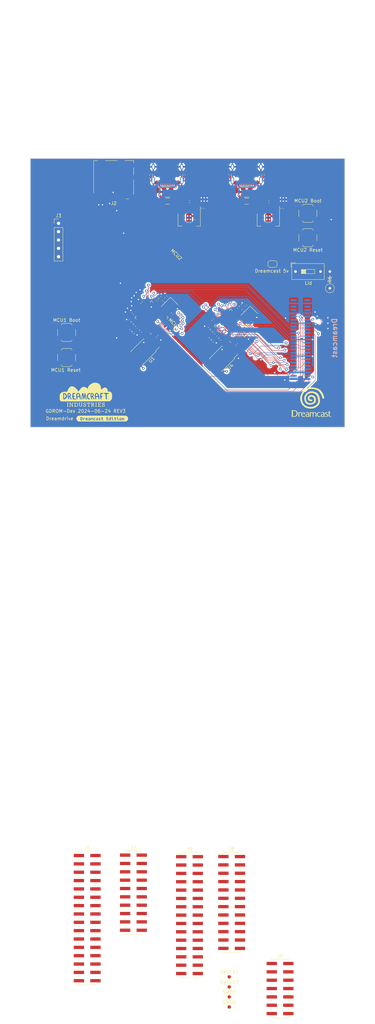
<source format=kicad_pcb>
(kicad_pcb (version 20221018) (generator pcbnew)
  (layers (0 "F.Cu" signal) (1 "In1.Cu" power) (2 "In2.Cu" power) (31 "B.Cu" signal) (34 "B.Paste" user) (35 "F.Paste" user) (36 "B.SilkS" user "B.Silkscreen") (37 "F.SilkS" user "F.Silkscreen") (38 "B.Mask" user) (39 "F.Mask" user) (44 "Edge.Cuts" user))
  (net 0 "")
  (net 1 "Net-(MCU1-VREG_VOUT)")
  (net 2 "3.3V")
  (net 3 "+5V")
  (net 4 "/D7")
  (net 5 "/D8")
  (net 6 "/D5")
  (net 7 "/D10")
  (net 8 "GND")
  (net 9 "/D3")
  (net 10 "/D12")
  (net 11 "/D1")
  (net 12 "/D14")
  (net 13 "/DMARQ")
  (net 14 "Net-(MCU1-XIN)")
  (net 15 "/DMACK")
  (net 16 "/CD_EMPH")
  (net 17 "/A0")
  (net 18 "/CS0")
  (net 19 "/CD_BCK")
  (net 20 "/CD_SDAT")
  (net 21 "Net-(C13-Pad1)")
  (net 22 "/DOPEN")
  (net 23 "/D6")
  (net 24 "/D9")
  (net 25 "/D4")
  (net 26 "/D11")
  (net 27 "/D2")
  (net 28 "/D13")
  (net 29 "/D0")
  (net 30 "/D15")
  (net 31 "5V")
  (net 32 "/IORDY")
  (net 33 "/INTRQ")
  (net 34 "/A1")
  (net 35 "/A2")
  (net 36 "/CS1")
  (net 37 "/CD_LRCK")
  (net 38 "Net-(MCU2-VREG_VOUT)")
  (net 39 "Net-(MCU2-XIN)")
  (net 40 "Net-(C28-Pad1)")
  (net 41 "Net-(F1-Pad2)")
  (net 42 "Net-(J1-CC1)")
  (net 44 "Net-(J1-CC2)")
  (net 46 "/SD_DAT2")
  (net 47 "/SD_DAT3")
  (net 48 "/SD_CMD")
  (net 49 "/SD_CLK")
  (net 50 "/SD_DAT0")
  (net 51 "/SD_DAT1")
  (net 52 "Dreamcast_5V")
  (net 53 "Dreamcast_3v3")
  (net 54 "Dreamcast_12V")
  (net 55 "/RD")
  (net 56 "/WR")
  (net 57 "/IDE_CS0")
  (net 58 "/IDE_CS1")
  (net 59 "/DATABUS_D0")
  (net 60 "/DATABUS_D1")
  (net 61 "/DATABUS_D2")
  (net 62 "/DATABUS_D3")
  (net 63 "/DATABUS_D4")
  (net 64 "/DATABUS_D5")
  (net 65 "/DATABUS_D6")
  (net 66 "/MCU1_GPIO27")
  (net 67 "/DATABUS_D7")
  (net 68 "/DATABUS_SIGNAL_READ")
  (net 69 "/DATABUS_SIGNAL_WRITE")
  (net 70 "/CDDA_CLK")
  (net 71 "/GD_RST")
  (net 72 "/MCU1_GPIO28")
  (net 73 "/MCU1_GPIO29")
  (net 75 "Net-(MCU1-XOUT)")
  (net 76 "Net-(MCU1-SWCLK)")
  (net 77 "Net-(MCU1-SWD)")
  (net 78 "Net-(MCU1-USB_DM)")
  (net 79 "Net-(MCU1-USB_DP)")
  (net 80 "Net-(MCU2-XOUT)")
  (net 81 "Net-(MCU2-SWCLK)")
  (net 82 "Net-(MCU2-SWD)")
  (net 83 "Net-(MCU2-USB_DM)")
  (net 84 "Net-(MCU2-USB_DP)")
  (net 85 "RP1_USB_D+")
  (net 86 "RP1_USB_D-")
  (net 87 "RP2_USB_D+")
  (net 88 "RP2_USB_D-")
  (net 89 "RP1_RUN_PULL")
  (net 90 "RP1_SD3")
  (net 91 "RP1_CLK")
  (net 92 "RP1_SD0")
  (net 93 "RP1_SD2")
  (net 94 "RP1_SD1")
  (net 95 "RP1_CS")
  (net 96 "RP2_RUN_PULL")
  (net 97 "RP2_SD3")
  (net 98 "RP2_CLK")
  (net 99 "RP2_SD0")
  (net 100 "/MCU2_GPIO26")
  (net 101 "/MCU2_GPIO27")
  (net 102 "/MCU2_GPIO28")
  (net 103 "/MCU2_GPIO29")
  (net 104 "RP2_SD2")
  (net 105 "RP2_SD1")
  (net 106 "RP2_CS")
  (net 107 "/G_RST")
  (net 108 "/CD_CLK")
  (footprint "Capacitor_SMD:C_0402_1005Metric" (layer "F.Cu") (at 136.2964 97.127 90)
    (fp_text reference "C30" hide)
    (fp_text value "1uF" hide)
  )
  (footprint "Capacitor_SMD:C_0402_1005Metric" (layer "F.Cu") (at 117.749876 128.411976 -45)
    (fp_text reference "C26" hide)
    (fp_text value "100nF")
  )
  (footprint "Button_Switch_SMD:SW_SPST_TL3342" (layer "F.Cu") (at 144.218192 98.5966 180)
    (fp_text reference "MCU2 Boot")
    (fp_text value "SW_Push")
  )
  (footprint "Resistor_SMD:R_0402_1005Metric" (layer "F.Cu") (at 96.443 86.885 90)
    (fp_text reference "R4" hide)
    (fp_text value "5k1" hide)
  )
  (footprint "Button_Switch_SMD:SW_SPST_TL3342" (layer "F.Cu") (at 144.2212 106.0196 180)
    (fp_text reference "MCU2 Reset")
    (fp_text value "SW_Push")
  )
  (footprint "Capacitor_SMD:C_0402_1005Metric" (layer "F.Cu") (at 114.157774 133.620525 45)
    (fp_text reference "C23" hide)
    (fp_text value "100nF")
  )
  (footprint "JBroekCustom:HRO-TYPE-C-31-M-12_LCSC" (layer "F.Cu") (at 101.473 86.885 180)
    (fp_text reference "J1" hide)
    (fp_text value "USB_C_Receptacle_USB2.0" hide)
  )
  (footprint "Capacitor_SMD:C_0402_1005Metric" (layer "F.Cu") (at 90.754792 132.011193 45)
    (fp_text reference "C4" hide)
    (fp_text value "1uF")
  )
  (footprint "Package_SO:SOIC-8_5.23x5.23mm_P1.27mm" (layer "F.Cu") (at 118.077974 142.811499 -135)
    (fp_text reference "U4")
    (fp_text value "W25Q128JVS")
  )
  (footprint "Capacitor_SMD:C_0402_1005Metric" (layer "F.Cu") (at 101.082086 133.358232 135)
    (fp_text reference "C5" hide)
    (fp_text value "100nF")
  )
  (footprint "Capacitor_SMD:C_0402_1005Metric" (layer "F.Cu") (at 98.388011 124.91679 -45)
    (fp_text reference "C2" hide)
    (fp_text value "100nF")
  )
  (footprint "Capacitor_SMD:C_0402_1005Metric" (layer "F.Cu") (at 114.876194 134.338945 45)
    (fp_text reference "C19" hide)
    (fp_text value "1uF")
  )
  (footprint "Capacitor_SMD:C_0402_1005Metric" (layer "F.Cu") (at 101.012335 124.010676 135)
    (fp_text reference "C13" hide)
    (fp_text value "30pF")
  )
  (footprint "Jumper:SolderJumper-2_P1.3mm_Open_RoundedPad1.0x1.5mm" (layer "F.Cu") (at 133.462 114.046 180)
    (fp_text reference "JP1" hide)
    (fp_text value "Dreamcast 5v")
  )
  (footprint "Capacitor_SMD:C_0402_1005Metric" (layer "F.Cu") (at 132.3086 95.0214)
    (fp_text reference "C29" hide)
    (fp_text value "1uF" hide)
  )
  (footprint "Capacitor_SMD:C_0402_1005Metric" (layer "F.Cu") (at 93.555995 125.797493 -45)
    (fp_text reference "C10" hide)
    (fp_text value "100nF")
  )
  (footprint "Connector_PinHeader_2.54mm:PinHeader_2x07_P2.54mm_Vertical_SMD" (layer "F.Cu") (at 135.746 334.556)
    (fp_text reference "J6")
    (fp_text value "Dreamcast Control Lines")
  )
  (footprint "Connector_PinHeader_2.54mm:PinHeader_2x10_P2.54mm_Vertical_SMD" (layer "F.Cu") (at 91.093 305.376)
    (fp_text reference "J7")
    (fp_text value "MCU Databus")
  )
  (footprint "Resistor_SMD:R_0402_1005Metric" (layer "F.Cu") (at 114.427181 136.763614 -135)
    (fp_text reference "R8" hide)
    (fp_text value "27")
  )
  (footprint "Package_TO_SOT_SMD:SOT-223" (layer "F.Cu") (at 132.1816 100.6094 -90)
    (fp_text reference "U5" hide)
    (fp_text value "AMS1117-3.3" hide)
  )
  (footprint "Resistor_SMD:R_0402_1005Metric" (layer "F.Cu") (at 90.305778 134.256258 -135)
    (fp_text reference "R2" hide)
    (fp_text value "27")
  )
  (footprint "Resistor_SMD:R_0402_1005Metric" (layer "F.Cu") (at 120.5476 86.8934 90)
    (fp_text reference "R10" hide)
    (fp_text value "5k1" hide)
  )
  (footprint "Connector_Card:microSD_HC_Molex_104031-0811" (layer "F.Cu") (at 85.09 88.392 180)
    (fp_text reference "J2")
    (fp_text value "Micro_SD_Card")
  )
  (footprint "Package_SO:SOIC-8_5.23x5.23mm_P1.27mm" (layer "F.Cu") (at 94.136178 140.663351 -135)
    (fp_text reference "U1")
    (fp_text value "W25Q128JVS")
  )
  (footprint "Button_Switch_SMD:SW_SPST_TL3342" (layer "F.Cu") (at 70.739 142.494)
    (fp_text reference "MCU1 Reset")
    (fp_text value "SW_Push")
  )
  (footprint "Resistor_SMD:R_0402_1005Metric" (layer "F.Cu") (at 100.242751 125.396917 45)
    (fp_text reference "R3" hide)
    (fp_text value "1K")
  )
  (footprint "Package_DFN_QFN:QFN-56-1EP_7x7mm_P0.4mm_EP3.2x3.2mm" (layer "F.Cu") (at 96.582412 130.345603 135)
    (fp_text reference "MCU1")
    (fp_text value "RP2040")
  )
  (footprint "Capacitor_SMD:C_0402_1005Metric" (layer "F.Cu") (at 99.106429 124.19837 -45)
    (fp_text reference "C11" hide)
    (fp_text value "100nF")
  )
  (footprint "Capacitor_SMD:C_0402_1005Metric" (layer "F.Cu") (at 91.473212 132.729614 45)
    (fp_text reference "C3" hide)
    (fp_text value "1uF")
  )
  (footprint "LOGO" (layer "F.Cu") (at 145.4404 156.0576)
    (fp_text reference "G***" hide)
    (fp_text value "LOGO" hide)
  )
  (footprint "Capacitor_SMD:C_0402_1005Metric" (layer "F.Cu") (at 102.904382 129.201067 45)
    (fp_text reference "C12" hide)
    (fp_text value "30pF")
  )
  (footprint "Connector_PinHeader_2.54mm:PinHeader_2x15_P2.54mm_Vertical_SMD" (layer "F.Cu") (at 108.166 312.206)
    (fp_text reference "J9")
    (fp_text value "MCU Misc")
  )
  (footprint "Connector_PinHeader_2.54mm:PinHeader_1x05_P2.54mm_Vertical" (layer "F.Cu") (at 68.2752 101.6508)
    (fp_text reference "J3")
    (fp_text value "POWER")
  )
  (footprint "Resistor_SMD:R_0402_1005Metric" (layer "F.Cu") (at 124.471538 128.129036 45)
    (fp_text reference "R9" hide)
    (fp_text value "1K")
  )
  (footprint "Capacitor_SMD:C_0402_1005Metric" (layer "F.Cu") (at 122.984615 127.308157 -45)
    (fp_text reference "C17" hide)
    (fp_text value "100nF")
  )
  (footprint "Package_TO_SOT_SMD:SOT-223" (layer "F.Cu") (at 108.077 100.601 -90)
    (fp_text reference "U2" hide)
    (fp_text value "AMS1117-3.3" hide)
  )
  (footprint "Resistor_SMD:R_0402_1005Metric" (layer "F.Cu") (at 115.145603 137.482036 -135)
    (fp_text reference "R7" hide)
    (fp_text value "27")
  )
  (footprint "Package_TO_SOT_SMD:SOT-23-6" (layer "F.Cu") (at 101.473 92.105)
    (fp_text reference "U3" hide)
    (fp_text value "SRV05-4" hide)
  )
  (footprint "Package_TO_SOT_SMD:SOT-23-6" (layer "F.Cu") (at 125.5776 92.1134)
    (fp_text reference "U6" hide)
    (fp_text value "SRV05-4" hide)
  )
  (footprint "Button_Switch_SMD:SW_SPST_TL3342" (layer "F.Cu") (at 70.739 134.874)
    (fp_text reference "MCU1 Boot")
    (fp_text value "SW_Push")
  )
  (footprint "Capacitor_SMD:C_0402_1005Metric" (layer "F.Cu") (at 93.276335 134.537687 45)
    (fp_text reference "C1" hide)
    (fp_text value "100nF")
  )
  (footprint "TestPoint:TestPoint_Pad_D1.0mm" (layer "F.Cu") (at 120.267 334.05)
    (fp_text reference "SWCLK2")
    (fp_text value "Conn_01x01_Female")
  )
  (footprint "Crystal:Crystal_SMD_3225-4Pin_3.2x2.5mm" (layer "F.Cu") (at 126.402743 129.402633 -135)
    (fp_text reference "Y2" hide)
    (fp_text value "Crystal_GND24")
  )
  (footprint "Connector_PinHeader_2.54mm:PinHeader_2x16_P2.54mm_Vertical_SMD" (layer "F.Cu") (at 76.996 313.123)
    (fp_text reference "J4")
    (fp_text value "Dreamcast Data")
  )
  (footprint "Capacitor_SMD:C_0402_1005Metric" (layer "F.Cu") (at 90.036371 131.292773 45)
    (fp_text reference "C7" hide)
    (fp_text value "100nF")
  )
  (footprint "Capacitor_SMD:C_0402_1005Metric" (layer "F.Cu") (at 98.3488 136.0424 135)
    (fp_text reference "C6" hide)
    (fp_text value "100nF")
  )
  (footprint "Capacitor_SMD:C_0402_1005Metric" (layer "F.Cu") (at 112.1918 97.1186 90)
    (fp_text reference "C15" hide)
    (fp_text value "1uF" hide)
  )
  (footprint "TestPoint:TestPoint_Pad_D1.0mm" (layer "F.Cu") (at 120.267 340.15)
    (fp_text reference "SWD2")
    (fp_text value "Conn_01x01_Female")
  )
  (footprint "Capacitor_SMD:C_0402_1005Metric" (layer "F.Cu") (at 123.676846 126.615926 -45)
    (fp_text reference "C25" hide)
    (fp_text value "100nF")
  )
  (footprint "Capacitor_SMD:C_0402_1005Metric" (layer "F.Cu") (at 108.204 95.013)
    (fp_text reference "REF**" hide)
    (fp_text value "1uF" hide)
  )
  (footprint "Resistor_SMD:R_0402_1005Metric" (layer "F.Cu") (at 91.022785 134.976094 -135)
    (fp_text reference "R1" hide)
    (fp_text value "27")
  )
  (footprint "Capacitor_SMD:C_0402_1005Metric" (layer "F.Cu") (at 115.594615 135.057366 45)
    (fp_text reference "C18" hide)
    (fp_text value "1uF")
  )
  (footprint "Capacitor_SMD:C_0402_1005Metric" (layer "F.Cu") (at 115.210065 130.954258 -45)
    (fp_text reference "C24" hide)
    (fp_text value "100nF")
  )
  (footprint "Capacitor_SMD:C_0402_1005Metric" (layer "F.Cu") (at 125.20349 135.865589 135)
    (fp_text reference "C22" hide)
    (fp_text value "100nF")
  )
  (footprint "JBroekCustom:HRO-TYPE-C-31-M-12_LCSC" (layer "F.Cu") (at 125.5776 86.8934 180)
    (fp_text reference "J5" hide)
    (fp_text value "USB_C_Receptacle_USB2.0" hide)
  )
  (footprint "LOGO" (layer "F.Cu") (at 76.5556 154.2288)
    (fp_text reference "DREAMCRAFT_LOGO" hide)
    (fp_text value "LOGO" hide)
  )
  (footprint "Connector_PinHeader_2.54mm:PinHeader_2x12_P2.54mm_Vertical_SMD" (layer "F.Cu") (at 121.016 308.356)
    (fp_text reference "J8")
    (fp_text value "Dreamcast Misc")
  )
  (footprint "Resistor_SMD:R_0402_1005Metric" (layer "F.Cu") (at 106.493 86.875 90)
    (fp_text reference "R5" hide)
    (fp_text value "5k1" hide)
  )
  (footprint "TestPoint:TestPoint_Pad_D1.0mm" (layer "F.Cu") (at 120.267 331)
    (fp_text reference "SWCLK1")
    (fp_text value "Conn_01x01_Female")
  )
  (footprint "Fuse:Fuse_1206_3216Metric" (layer "F.Cu") (at 101.473 94.925 180)
    (fp_text reference "F1" hide)
    (fp_text value "1.1A" hide)
  )
  (footprint "Fuse:Fuse_1206_3216Metric" (layer "F.Cu") (at 125.5776 94.9334 180)
    (fp_text reference "F2" hide)
    (fp_text value "1.1A" hide)
  )
  (footprint "TestPoint:TestPoint_Pad_D1.0mm" (layer "F.Cu") (at 120.267 337.1)
    (fp_text reference "SWD1")
    (fp_text value "Conn_01x01_Female")
  )
  (footprint "Crystal:Crystal_SMD_3225-4Pin_3.2x2.5mm" (layer "F.Cu") (at 102.128606 126.743955 -135)
    (fp_text reference "Y1" hide)
    (fp_text value "Crystal_GND24")
  )
  (footprint "Package_DFN_QFN:QFN-56-1EP_7x7mm_P0.4mm_EP3.2x3.2mm" (layer "F.Cu") (at 120.777 132.842 135)
    (fp_text reference "MCU2")
    (fp_text value "RP2040")
  )
  (footprint "Capacitor_SMD:C_0402_1005Metric" (layer "F.Cu") (at 92.557915 133.819265 45)
    (fp_text reference "C8" hide)
    (fp_text value "100nF")
  )
  (footprint "Button_Switch_THT:SW_DIP_SPSTx01_Slide_9.78x4.72mm_W7.62mm_P2.54mm" (layer "F.Cu") (at 140.4537 116.332)
    (fp_text reference "Lid")
    (fp_text value "Lid")
  )
  (footprint "Capacitor_SMD:C_0402_1005Metric" (layer "F.Cu") (at 116.762048 136.224799 45)
    (fp_text reference "C20" hide)
    (fp_text value "100nF")
  )
  (footprint "Capacitor_SMD:C_0402_1005Metric" (layer "F.Cu") (at 117.48047 136.943221 45)
    (fp_text reference "C16" hide)
    (fp_text value "100nF")
  )
  (footprint "Capacitor_SMD:C_0402_1005Metric" (layer "F.Cu") (at 90.885655 129.184115 45)
    (fp_text reference "C9" hide)
    (fp_text value "100nF")
  )
  (footprint "Capacitor_SMD:C_0402_1005Metric" (layer "F.Cu") (at 122.555 138.557 135)
    (fp_text reference "C21" hide)
    (fp_text value "100nF")
  )
  (footprint "kibuzzard-63F149CE" (layer "F.Cu") (at 81.592542 161.081769)
    (fp_text reference "kibuzzard-63F149CE" hide)
    (fp_text value "DDR_DREAMCAST" hide)
  )
  (footprint "Capacitor_SMD:C_0402_1005Metric" (layer "F.Cu") (at 127.115272 131.798546 45)
    (fp_text reference "C27" hide)
    (fp_text value "30pF")
  )
  (footprint "Capacitor_SMD:C_0402_1005Metric" (layer "F.Cu") (at 125.322489 126.767212 135)
    (fp_text reference "C28" hide)
    (fp_text value "30pF")
  )
  (footprint "Resistor_THT:R_Axial_DIN0207_L6.3mm_D2.5mm_P5.08mm_Vertical" (layer "F.Cu") (at 150.9268 121.414494 90)
    (fp_text reference "R6")
    (fp_text value "R")
  )
  (footprint "Resistor_SMD:R_0402_1005Metric" (layer "F.Cu") (at 130.5976 86.8834 90)
    (fp_text reference "R11" hide)
    (fp_text value "5k1" hide)
  )
  (footprint "riser:Molex_52602_0579" (layer "B.Cu") (at 141.986 137.033 90)
    (fp_text reference "Dreamcast")
    (fp_text value "Molex_52602_0579" hide)
  )
  (gr_rect (start 59.563 81.788) (end 155.575 163.83) (stroke (width 0.1)) (fill none) (layer "Edge.Cuts"))
  (gr_text "GDROM-Dev 2024-06-24 REV3" (at 76.512542 158.795769) (layer "F.SilkS") (effects (font (size 1 1))))
  (gr_text "Dreamdrive" (at 68.638542 161.081769) (layer "F.SilkS") (effects (font (size 1 1))))
  (segment (start 98.727421 125.256202) (end 98.892343 125.421127) (width 0.2) (layer "F.Cu") (net 1))
  (segment (start 94.293155 132.917704) (end 93.874948 133.335911) (width 0.2) (layer "F.Cu") (net 1))
  (segment (start 93.874948 133.939071) (end 93.615744 134.198273) (width 0.2) (layer "F.Cu") (net 1))
  (segment (start 98.892343 125.421127) (end 98.892345 127.187143) (width 0.2) (layer "F.Cu") (net 1))
  (segment (start 93.874948 133.335911) (end 93.874948 133.939071) (width 0.2) (layer "F.Cu") (net 1))
  (segment (start 98.892345 127.187143) (end 98.588828 127.490661) (width 0.2) (layer "F.Cu") (net 1))
  (segment (start 92.878942 131.503491) (end 91.992227 132.390201) (width 0.2) (layer "F.Cu") (net 1))
  (segment (start 123.2916 133.5532) (end 122.174 134.6708) (width 0.2) (layer "F.Cu") (net 2))
  (segment (start 121.421172 137.160032) (end 121.035569 136.774431) (width 0.2) (layer "F.Cu") (net 2))
  (segment (start 118.6688 134.101671) (end 117.922056 134.848415) (width 0.2) (layer "F.Cu") (net 2))
  (segment (start 119.487878 146.704122) (end 119.507 146.685) (width 0.3) (layer "F.Cu") (net 2))
  (segment (start 122.215589 137.963589) (end 122.215589 138.217589) (width 0.2) (layer "F.Cu") (net 2))
  (segment (start 117.100045 132.842) (end 116.507843 133.434202) (width 0.2) (layer "F.Cu") (net 2))
  (segment (start 116.497331 134.0104) (end 116.790686 133.717045) (width 0.2) (layer "F.Cu") (net 2))
  (segment (start 84.895 93.842) (end 84.895 92.249272) (width 0.5) (layer "F.Cu") (net 2))
  (segment (start 123.61127 133.006982) (end 123.61127 133.5532) (width 0.2) (layer "F.Cu") (net 2))
  (segment (start 92.937632 144.626632) (end 94.107 145.796) (width 0.3) (layer "F.Cu") (net 2))
  (segment (start 136.2964 97.7756) (end 136.2964 98.7806) (width 0.5) (layer "F.Cu") (net 2))
  (segment (start 97.874331 135.313931) (end 97.874331 135.702988) (width 0.2) (layer "F.Cu") (net 2))
  (segment (start 111.5314 99.4326) (end 107.5944 99.4326) (width 0.5) (layer "F.Cu") (net 2))
  (segment (start 117.922057 134.848416) (end 118.204899 135.131258) (width 0.2) (layer "F.Cu") (net 2))
  (segment (start 117.1448 132.842) (end 117.100045 132.842) (width 0.2) (layer "F.Cu") (net 2))
  (segment (start 121.035569 136.774431) (end 121.035569 136.783569) (width 0.2) (layer "F.Cu") (net 2))
  (segment (start 121.035569 136.783569) (end 122.215589 137.963589) (width 0.2) (layer "F.Cu") (net 2))
  (segment (start 118.6688 134.093984) (end 118.6688 134.101671) (width 0.2) (layer "F.Cu") (net 2))
  (segment (start 92.144966 131.671783) (end 91.094202 131.671784) (width 0.2) (layer "F.Cu") (net 2))
  (segment (start 120.396 135.923791) (end 120.396 136.134862) (width 0.2) (layer "F.Cu") (net 2))
  (segment (start 122.599214 130.736942) (end 122.599214 131.994926) (width 0.2) (layer "F.Cu") (net 2))
  (segment (start 92.897325 133.479856) (end 93.296134 133.081045) (width 0.2) (layer "F.Cu") (net 2))
  (segment (start 112.1918 97.7672) (end 112.1918 98.7722) (width 0.5) (layer "F.Cu") (net 2))
  (segment (start 123.914789 134.565574) (end 124.864078 135.514865) (width 0.2) (layer "F.Cu") (net 2))
  (segment (start 116.879428 146.704122) (end 119.487878 146.704122) (width 0.3) (layer "F.Cu") (net 2))
  (segment (start 123.456618 128.323575) (end 123.456617 129.879541) (width 0.2) (layer "F.Cu") (net 2))
  (segment (start 97.17516 134.61476) (end 97.874331 135.313931) (width 0.2) (layer "F.Cu") (net 2))
  (segment (start 124.016257 127.763935) (end 123.456618 128.323575) (width 0.2) (layer "F.Cu") (net 2))
  (segment (start 99.234065 127.411111) (end 99.234063 125.50758) (width 0.2) (layer "F.Cu") (net 2))
  (segment (start 98.87167 127.773503) (end 99.234065 127.411111) (width 0.2) (layer "F.Cu") (net 2))
  (segment (start 92.596098 131.220647) (end 92.313256 130.937805) (width 0.2) (layer "F.Cu") (net 2))
  (segment (start 119.209584 134.093984) (end 120.396 135.2804) (width 0.2) (layer "F.Cu") (net 2))
  (segment (start 92.596098 131.220647) (end 92.144966 131.671783) (width 0.2) (layer "F.Cu") (net 2))
  (segment (start 122.298694 138.040649) (end 122.349607 138.040648) (width 0.2) (layer "F.Cu") (net 2))
  (segment (start 114.650275 133.434202) (end 116.507843 133.434202) (width 0.2) (layer "F.Cu") (net 2))
  (segment (start 121.648991 134.6708) (end 120.396 135.923791) (width 0.2) (layer "F.Cu") (net 2))
  (segment (start 136.2964 98.7806) (end 135.636 99.441) (width 0.5) (layer "F.Cu") (net 2))
  (segment (start 99.645247 125.096398) (end 99.645247 124.737186) (width 0.2) (layer "F.Cu") (net 2))
  (segment (start 135.636 99.441) (end 131.699 99.441) (width 0.5) (layer "F.Cu") (net 2))
  (segment (start 99.720201 132.069177) (end 100.669844 133.01882) (width 0.2) (layer "F.Cu") (net 2))
  (segment (start 117.922059 134.885186) (end 117.922057 134.848416) (width 0.2) (layer "F.Cu") (net 2))
  (segment (start 114.497186 133.281113) (end 114.650275 133.434202) (width 0.2) (layer "F.Cu") (net 2))
  (segment (start 91.958289 131.292773) (end 91.473212 131.292773) (width 0.2) (layer "F.Cu") (net 2))
  (segment (start 93.727471 132.35202) (end 93.296134 132.783353) (width 0.2) (layer "F.Cu") (net 2))
  (segment (start 123.61127 134.262057) (end 123.914786 134.565573) (width 0.2) (layer "F.Cu") (net 2))
  (segment (start 117.101461 135.705784) (end 117.922059 134.885186) (width 0.2) (layer "F.Cu") (net 2))
  (segment (start 91.1338 130.953361) (end 90.375783 130.953361) (width 0.2) (layer "F.Cu") (net 2))
  (segment (start 116.507843 133.434202) (end 116.790686 133.717045) (width 0.2) (layer "F.Cu") (net 2))
  (segment (start 120.396 136.134862) (end 121.035569 136.774431) (width 0.2) (layer "F.Cu") (net 2))
  (segment (start 122.599214 131.994926) (end 123.61127 133.006982) (width 0.2) (layer "F.Cu") (net 2))
  (segment (start 91.473212 131.292773) (end 91.1338 130.953361) (width 0.2) (layer "F.Cu") (net 2))
  (segment (start 93.727471 132.35202) (end 94.010311 132.63486) (width 0.2) (layer "F.Cu") (net 2))
  (segment (start 120.396 135.2804) (end 120.396 136.134862) (width 0.2) (layer "F.Cu") (net 2))
  (segment (start 119.053428 129.704215) (end 118.100602 128.751387) (width 0.2) (layer "F.Cu") (net 2))
  (segment (start 92.313254 129.753402) (end 91.404559 128.844704) (width 0.2) (layer "F.Cu") (net 2))
  (segment (start 99.234063 125.50758) (end 99.645247 125.096398) (width 0.2) (layer "F.Cu") (net 2))
  (segment (start 124.016256 126.955335) (end 124.016257 127.763935) (width 0.2) (layer "F.Cu") (net 2))
  (segment (start 123.456617 129.879541) (end 122.599214 130.736942) (width 0.2) (layer "F.Cu") (net 2))
  (segment (start 92.313256 130.937805) (end 91.958289 131.292773) (width 0.2) (layer "F.Cu") (net 2))
  (segment (start 116.507843 132.249798) (end 115.551715 131.293671) (width 0.2) (layer "F.Cu") (net 2))
  (segment (start 123.61127 133.5532) (end 123.61127 134.262057) (width 0.2) (layer "F.Cu") (net 2))
  (segment (start 99.645247 124.737186) (end 99.44584 124.537783) (width 0.2) (layer "F.Cu") (net 2))
  (segment (start 115.22647 134.0104) (end 116.497331 134.0104) (width 0.2) (layer "F.Cu") (net 2))
  (segment (start 122.174 134.6708) (end 121.648991 134.6708) (width 0.2) (layer "F.Cu") (net 2))
  (segment (start 118.6688 134.093984) (end 119.209584 134.093984) (width 0.2) (layer "F.Cu") (net 2))
  (segment (start 123.61127 133.5532) (end 123.2916 133.5532) (width 0.2) (layer "F.Cu") (net 2))
  (segment (start 93.296134 132.783353) (end 93.296134 133.081045) (width 0.2) (layer "F.Cu") (net 2))
  (segment (start 94.85884 127.207816) (end 93.895407 126.244383) (width 0.2) (layer "F.Cu") (net 2))
  (segment (start 112.1918 98.7722) (end 111.5314 99.4326) (width 0.5) (layer "F.Cu") (net 2))
  (segment (start 84.895 92.249272) (end 84.910207 92.234065) (width 0.5) (layer "F.Cu") (net 2))
  (via (at 132.5626 100.457) (size 0.8) (drill 0.4) (layers "F.Cu" "B.Cu") (net 2))
  (via (at 108.458 99.432598) (size 0.8) (drill 0.4) (layers "F.Cu" "B.Cu") (net 2))
  (via (at 107.5944 100.4486) (size 0.8) (drill 0.4) (layers "F.Cu" "B.Cu") (net 2))
  (via (at 118.6688 134.093984) (size 0.5) (drill 0.25) (layers "F.Cu" "B.Cu") (net 2))
  (via (at 131.699 100.457) (size 0.8) (drill 0.4) (layers "F.Cu" "B.Cu") (net 2))
  (via (at 117.1448 132.842) (size 0.5) (drill 0.25) (layers "F.Cu" "B.Cu") (net 2))
  (via (at 131.699 99.441) (size 0.8) (drill 0.4) (layers "F.Cu" "B.Cu") (net 2))
  (via (at 84.910207 92.234065) (size 0.8) (drill 0.4) (layers "F.Cu" "B.Cu") (net 2))
  (via (at 107.5944 99.4326) (size 0.8) (drill 0.4) (layers "F.Cu" "B.Cu") (net 2))
  (via (at 108.458 100.4486) (size 0.8) (drill 0.4) (layers "F.Cu" "B.Cu") (net 2))
  (via (at 119.507 146.685) (size 0.8) (drill 0.4) (layers "F.Cu" "B.Cu") (net 2))
  (via (at 94.107 145.796) (size 0.8) (drill 0.4) (layers "F.Cu" "B.Cu") (net 2))
  (via (at 132.5626 99.440998) (size 0.8) (drill 0.4) (layers "F.Cu" "B.Cu") (net 2))
  (segment (start 118.396784 134.366) (end 117.4496 134.366) (width 0.2) (layer "B.Cu") (net 2))
  (segment (start 117.1448 134.0612) (end 117.1448 132.842) (width 0.2) (layer "B.Cu") (net 2))
  (segment (start 117.4496 134.366) (end 117.1448 134.0612) (width 0.2) (layer "B.Cu") (net 2))
  (segment (start 118.6688 134.093984) (end 118.396784 134.366) (width 0.2) (layer "B.Cu") (net 2))
  (segment (start 124.079 135.655188) (end 124.079 135.295471) (width 0.127) (layer "F.Cu") (net 4))
  (segment (start 133.79637 142.621) (end 131.686317 142.621) (width 0.127) (layer "F.Cu") (net 4))
  (segment (start 137.259538 146.084168) (end 133.79637 142.621) (width 0.127) (layer "F.Cu") (net 4))
  (segment (start 124.079 135.295471) (end 123.631944 134.848415) (width 0.127) (layer "F.Cu") (net 4))
  (segment (start 126.345812 137.922) (end 124.079 135.655188) (width 0.127) (layer "F.Cu") (net 4))
  (segment (start 126.987317 137.922) (end 126.345812 137.922) (width 0.127) (layer "F.Cu") (net 4))
  (segment (start 131.686317 142.621) (end 126.987317 137.922) (width 0.127) (layer "F.Cu") (net 4))
  (segment (start 137.668 146.084168) (end 137.259538 146.084168) (width 0.127) (layer "F.Cu") (net 4))
  (via (at 137.668 146.084168) (size 0.8) (drill 0.4) (layers "F.Cu" "B.Cu") (net 4))
  (segment (start 137.719948 146.03222) (end 139.88404 146.03222) (width 0.127) (layer "B.Cu") (net 4))
  (segment (start 137.668 146.084168) (end 137.719948 146.03222) (width 0.127) (layer "B.Cu") (net 4))
  (segment (start 124.464645 134.549746) (end 124.197629 134.28273) (width 0.127) (layer "F.Cu") (net 5))
  (segment (start 136.15528 144.6207) (end 133.52058 141.986) (width 0.127) (layer "F.Cu") (net 5))
  (segment (start 124.643746 134.549746) (end 124.464645 134.549746) (width 0.127) (layer "F.Cu") (net 5))
  (segment (start 124.643746 134.549746) (end 132.08 141.986) (width 0.127) (layer "F.Cu") (net 5))
  (segment (start 137.8712 144.6207) (end 136.15528 144.6207) (width 0.127) (layer "F.Cu") (net 5))
  (segment (start 133.52058 141.986) (end 132.08 141.986) (width 0.127) (layer "F.Cu") (net 5))
  (via (at 137.8712 144.6207) (size 0.8) (drill 0.4) (layers "F.Cu" "B.Cu") (net 5))
  (segment (start 137.8712 144.6207) (end 138.28196 145.03146) (width 0.127) (layer "B.Cu") (net 5))
  (segment (start 138.28196 145.03146) (end 139.88404 145.03146) (width 0.127) (layer "B.Cu") (net 5))
  (segment (start 128.720328 141.068171) (end 129.415068 141.068171) (width 0.127) (layer "F.Cu") (net 6))
  (segment (start 129.415068 141.068171) (end 132.377597 144.0307) (width 0.127) (layer "F.Cu") (net 6))
  (segment (start 132.377597 144.0307) (end 133.731 144.0307) (width 0.127) (layer "F.Cu") (net 6))
  (segment (start 123.066258 135.414101) (end 128.720328 141.068171) (width 0.127) (layer "F.Cu") (net 6))
  (via (at 133.731 144.0307) (size 0.8) (drill 0.4) (layers "F.Cu" "B.Cu") (net 6))
  (segment (start 139.88404 144.0307) (end 133.731 144.0307) (width 0.127) (layer "B.Cu") (net 6))
  (segment (start 126.873 134.747) (end 125.793269 134.747) (width 0.127) (layer "F.Cu") (net 7))
  (segment (start 135.509 143.383) (end 126.873 134.747) (width 0.127) (layer "F.Cu") (net 7))
  (segment (start 125.793269 134.747) (end 124.763314 133.717045) (width 0.127) (layer "F.Cu") (net 7))
  (segment (start 136.9568 143.383) (end 135.509 143.383) (width 0.127) (layer "F.Cu") (net 7))
  (via (at 136.9568 143.383) (size 0.8) (drill 0.4) (layers "F.Cu" "B.Cu") (net 7))
  (segment (start 137.30732 143.03248) (end 139.88404 143.03248) (width 0.127) (layer "B.Cu") (net 7))
  (segment (start 136.9568 143.383) (end 137.30732 143.03248) (width 0.127) (layer "B.Cu") (net 7))
  (segment (start 98.068 89.55) (end 97.153 88.635) (width 0.6) (layer "F.Cu") (net 8))
  (segment (start 100.3355 92.105) (end 99.445546 92.105) (width 0.6) (layer "F.Cu") (net 8))
  (segment (start 100.146659 123.145) (end 100.672924 123.671265) (width 0.3) (layer "F.Cu") (net 8))
  (segment (start 113.766936 133.959936) (end 112.776 132.969) (width 0.3) (layer "F.Cu") (net 8))
  (segment (start 93.200082 125.458082) (end 92.583 124.841) (width 0.3) (layer "F.Cu") (net 8))
  (segment (start 125.542901 136.205) (end 126.164082 136.826181) (width 0.3) (layer "F.Cu") (net 8))
  (segment (start 95.334724 136.821276) (end 94.234 137.922) (width 0.3) (layer "F.Cu") (net 8))
  (segment (start 112.776 132.715) (end 112.776 132.969) (width 0.3) (layer "F.Cu") (net 8))
  (segment (start 104.878 89.55) (end 105.793 88.635) (width 0.6) (layer "F.Cu") (net 8))
  (segment (start 120.5476 87.9334) (end 121.2576 88.6434) (width 0.3) (layer "F.Cu") (net 8))
  (segment (start 96.443 87.395) (end 96.443 87.925) (width 0.3) (layer "F.Cu") (net 8))
  (segment (start 103.507464 126.621464) (end 104.521 127.635) (width 0.3) (layer "F.Cu") (net 8))
  (segment (start 136.2964 96.647) (end 136.2964 95.3262) (width 0.6) (layer "F.Cu") (net 8))
  (segment (start 99.445546 92.105) (end 98.248 90.907454) (width 0.6) (layer "F.Cu") (net 8))
  (segment (start 114.870654 130.620346) (end 112.776 132.715) (width 0.3) (layer "F.Cu") (net 8))
  (segment (start 89.69696 131.60696) (end 89.027 130.937) (width 0.3) (layer "F.Cu") (net 8))
  (segment (start 108.684 95.013) (end 111.633 95.013) (width 0.6) (layer "F.Cu") (net 8))
  (segment (start 92.936924 134.901076) (end 92.202 135.636) (width 0.3) (layer "F.Cu") (net 8))
  (segment (start 124.4401 92.1134) (end 123.550146 92.1134) (width 0.6) (layer "F.Cu") (net 8))
  (segment (start 130.5976 87.3934) (end 130.5976 87.9434) (width 0.3) (layer "F.Cu") (net 8))
  (segment (start 123.8192 125.8628) (end 124.206 125.8628) (width 0.3) (layer "F.Cu") (net 8))
  (segment (start 132.7886 95.0214) (end 135.7376 95.0214) (width 0.6) (layer "F.Cu") (net 8))
  (segment (start 96.443 87.925) (end 97.153 88.635) (width 0.3) (layer "F.Cu") (net 8))
  (segment (start 130.5976 87.9434) (end 129.8976 88.6434) (width 0.3) (layer "F.Cu") (net 8))
  (segment (start 91.133801 133.069024) (end 90.415381 132.350604) (width 0.3) (layer "F.Cu") (net 8))
  (segment (start 122.645204 126.968746) (end 123.337435 126.276515) (width 0.3) (layer "F.Cu") (net 8))
  (segment (start 89.027 130.937) (end 89.13277 130.937) (width 0.3) (layer "F.Cu") (net 8))
  (segment (start 126.164082 136.826181) (end 126.164082 136.905176) (width 0.3) (layer "F.Cu") (net 8))
  (segment (start 127.493865 131.459135) (end 128.651 130.302) (width 0.3) (layer "F.Cu") (net 8))
  (segment (start 98.248 90.907454) (end 98.248 89.55) (width 0.6) (layer "F.Cu") (net 8))
  (segment (start 98.248 89.55) (end 98.068 89.55) (width 0.6) (layer "F.Cu") (net 8))
  (segment (start 135.7376 95.0214) (end 135.8646 94.8944) (width 0.127) (layer "F.Cu") (net 8))
  (segment (start 111.633 95.013) (end 111.76 94.886) (width 0.127) (layer "F.Cu") (net 8))
  (segment (start 124.206 125.8628) (end 124.418077 125.8628) (width 0.3) (layer "F.Cu") (net 8))
  (segment (start 99.568 123.145) (end 98.854041 123.858959) (width 0.3) (layer "F.Cu") (net 8))
  (segment (start 114.536783 134.678356) (end 113.818363 133.959936) (width 0.3) (layer "F.Cu") (net 8))
  (segment (start 136.2964 95.3262) (end 135.8646 94.8944) (width 0.6) (layer "F.Cu") (net 8))
  (segment (start 102.249741 134.284) (end 102.007854 134.284) (width 0.3) (layer "F.Cu") (net 8))
  (segment (start 117.404565 128.072565) (end 116.713 127.381) (width 0.3) (layer "F.Cu") (net 8))
  (segment (start 111.76 94.886) (end 111.76 94.882618) (width 0.6) (layer "F.Cu") (net 8))
  (segment (start 127.781601 129.432601) (end 128.651 130.302) (width 0.3) (layer "F.Cu") (net 8))
  (segment (start 122.3526 90.915854) (end 122.3526 89.5584) (width 0.6) (layer "F.Cu") (net 8))
  (segment (start 106.493 87.385) (end 106.493 87.935) (width 0.3) (layer "F.Cu") (net 8))
  (segment (start 112.1918 95.3178) (end 111.76 94.886) (width 0.6) (layer "F.Cu") (net 8))
  (segment (start 99.446076 137.154924) (end 98.688211 136.397059) (width 0.3) (layer "F.Cu") (net 8))
  (segment (start 120.5476 87.4034) (end 120.5476 87.9334) (width 0.3) (layer "F.Cu") (net 8))
  (segment (start 89.13277 130.937) (end 90.546244 129.523526) (width 0.3) (layer "F.Cu") (net 8))
  (segment (start 124.418077 125.8628) (end 124.983078 126.427801) (width 0.3) (layer "F.Cu") (net 8))
  (segment (start 92.218504 134.158678) (end 92.936924 134.877098) (width 0.3) (layer "F.Cu") (net 8))
  (segment (start 99.568 123.145) (end 100.146659 123.145) (width 0.3) (layer "F.Cu") (net 8))
  (segment (start 123.550146 92.1134) (end 122.3526 90.915854) (width 0.6) (layer "F.Cu") (net 8))
  (segment (start 103.294344 128.861656) (end 104.521 127.635) (width 0.3) (layer "F.Cu") (net 8))
  (segment (start 122.3526 89.5584) (end 122.1726 89.5584) (width 0.6) (layer "F.Cu") (net 8))
  (segment (start 117.098368 137.282632) (end 116.332 138.049) (width 0.3) (layer "F.Cu") (net 8))
  (segment (start 119.272124 138.918876) (end 118.11 140.081) (width 0.3) (layer "F.Cu") (net 8))
  (segment (start 128.8026 89.5584) (end 128.9826 89.5584) (width 0.6) (layer "F.Cu") (net 8))
  (segment (start 98.0486 124.577377) (end 98.767018 123.858959) (width 0.3) (layer "F.Cu") (net 8))
  (segment (start 115.255204 135.396777) (end 114.536783 134.678356) (width 0.3) (layer "F.Cu") (net 8))
  (segment (start 123.405485 126.276515) (end 123.8192 125.8628) (width 0.3) (layer "F.Cu") (net 8))
  (segment (start 128.9826 89.5584) (end 129.8976 88.6434) (width 0.6) (layer "F.Cu") (net 8))
  (segment (start 122.1726 89.5584) (end 121.2576 88.6434) (width 0.6) (layer "F.Cu") (net 8))
  (segment (start 112.1918 96.6386) (end 112.1918 95.3178) (width 0.6) (layer "F.Cu") (net 8))
  (segment (start 104.698 89.55) (end 104.878 89.55) (width 0.6) (layer "F.Cu") (net 8))
  (segment (start 106.493 87.935) (end 105.793 88.635) (width 0.3) (layer "F.Cu") (net 8))
  (segment (start 116.422637 136.56421) (end 117.141059 137.282632) (width 0.3) (layer "F.Cu") (net 8))
  (segment (start 135.8646 94.8944) (end 135.8646 94.891018) (width 0.6) (layer "F.Cu") (net 8))
  (segment (start 90.41538 132.350604) (end 89.69696 131.632184) (width 0.3) (layer "F.Cu") (net 8))
  (segment (start 102.007854 134.284) (end 101.421497 133.697643) (width 0.3) (layer "F.Cu") (net 8))
  (via (at 135.8646 94.8944) (size 0.8) (drill 0.4) (layers "F.Cu" "B.Cu") (net 8))
  (via (at 111.76 93.87) (size 0.8) (drill 0.4) (layers "F.Cu" "B.Cu") (net 8))
  (via (at 104.521 127.635) (size 0.8) (drill 0.4) (layers "F.Cu" "B.Cu") (net 8))
  (via (at 136.7536 93.8784) (size 0.8) (drill 0.4) (layers "F.Cu" "B.Cu") (net 8))
  (via (at 113.538 93.87) (size 0.8) (drill 0.4) (layers "F.Cu" "B.Cu") (net 8))
  (via (at 118.11 140.081) (size 0.8) (drill 0.4) (layers "F.Cu" "B.Cu") (net 8))
  (via (at 126.164082 136.905176) (size 0.8) (drill 0.4) (layers "F.Cu" "B.Cu") (net 8))
  (via (at 116.713 127.381) (size 0.8) (drill 0.4) (layers "F.Cu" "B.Cu") (net 8))
  (via (at 136.7536 94.8944) (size 0.8) (drill 0.4) (layers "F.Cu" "B.Cu") (net 8))
  (via (at 111.76 94.886) (size 0.8) (drill 0.4) (layers "F.Cu" "B.Cu") (net 8))
  (via (at 92.202 135.636) (size 0.8) (drill 0.4) (layers "F.Cu" "B.Cu") (net 8))
  (via (at 145.669 137.033) (size 0.8) (drill 0.4) (layers "F.Cu" "B.Cu") (net 8))
  (via (at 137.6426 93.8784) (size 0.8) (drill 0.4) (layers "F.Cu" "B.Cu") (net 8))
  (via (at 135.8646 93.8784) (size 0.8) (drill 0.4) (layers "F.Cu" "B.Cu") (net 8))
  (via (at 92.583 124.841) (size 0.8) (drill 0.4) (layers "F.Cu" "B.Cu") (net 8))
  (via (at 112.649 94.886) (size 0.8) (drill 0.4) (layers "F.Cu" "B.Cu") (net 8))
  (via (at 146.6088 132.3848) (size 0.8) (drill 0.4) (layers "F.Cu" "B.Cu") (net 8))
  (via (at 145.669 142.113) (size 0.8) (drill 0.4) (layers "F.Cu" "B.Cu") (net 8))
  (via (at 94.234 137.922) (size 0.8) (drill 0.4) (layers "F.Cu" "B.Cu") (net 8))
  (via (at 137.6426 94.8944) (size 0.8) (drill 0.4) (layers "F.Cu" "B.Cu") (net 8))
  (via (at 102.249741 134.284) (size 0.8) (drill 0.4) (layers "F.Cu" "B.Cu") (net 8))
  (via (at 89.027 130.937) (size 0.8) (drill 0.4) (layers "F.Cu" "B.Cu") (net 8))
  (via (at 112.776 132.969) (size 0.8) (drill 0.4) (layers "F.Cu" "B.Cu") (net 8))
  (via (at 124.206 125.8628) (size 0.8) (drill 0.4) (layers "F.Cu" "B.Cu") (net 8))
  (via (at 99.568 123.145) (size 0.8) (drill 0.4) (layers "F.Cu" "B.Cu") (net 8))
  (via (at 128.651 130.302) (size 0.8) (drill 0.4) (layers "F.Cu" "B.Cu") (net 8))
  (via (at 112.649 93.87) (size 0.8) (drill 0.4) (layers "F.Cu" "B.Cu") (net 8))
  (via (at 146.431 128.651) (size 0.8) (drill 0.4) (layers "F.Cu" "B.Cu") (net 8))
  (via (at 113.538 94.886) (size 0.8) (drill 0.4) (layers "F.Cu" "B.Cu") (net 8))
  (via (at 116.332 138.049) (size 0.8) (drill 0.4) (layers "F.Cu" "B.Cu") (net 8))
  (via (at 99.446076 137.154924) (size 0.8) (drill 0.4) (layers "F.Cu" "B.Cu") (net 8))
  (segment (start 144.08796 129.032) (end 146.05 129.032) (width 0.3) (layer "B.Cu") (net 8))
  (segment (start 139.88404 129.032) (end 144.08796 129.032) (width 0.3) (layer "B.Cu") (net 8))
  (segment (start 144.08796 142.03426) (end 139.88658 142.03426) (width 0.3) (layer "B.Cu") (net 8))
  (segment (start 146.25574 132.03174) (end 144.08796 132.03174) (width 0.3) (layer "B.Cu") (net 8))
  (segment (start 146.05 129.032) (end 146.431 128.651) (width 0.3) (layer "B.Cu") (net 8))
  (segment (start 121.2576 88.6434) (end 121.2576 84.4634) (width 0.3) (layer "B.Cu") (net 8))
  (segment (start 105.793 88.635) (end 105.793 84.455) (width 0.3) (layer "B.Cu") (net 8))
  (segment (start 146.6088 132.3848) (end 146.25574 132.03174) (width 0.3) (layer "B.Cu") (net 8))
  (segment (start 144.08796 137.033) (end 145.669 137.033) (width 0.3) (layer "B.Cu") (net 8))
  (segment (start 139.88404 137.03046) (end 144.08542 137.03046) (width 0.3) (layer "B.Cu") (net 8))
  (segment (start 121.2576 84.4634) (end 129.8976 84.4634) (width 0.3) (layer "B.Cu") (net 8))
  (segment (start 144.08796 142.03426) (end 145.59026 142.03426) (width 0.3) (layer "B.Cu") (net 8))
  (segment (start 129.8976 88.6434) (end 129.8976 84.4634) (width 0.3) (layer "B.Cu") (net 8))
  (segment (start 97.153 84.455) (end 105.793 84.455) (width 0.3) (layer "B.Cu") (net 8))
  (segment (start 97.153 88.635) (end 97.153 84.455) (width 0.3) (layer "B.Cu") (net 8))
  (segment (start 145.59026 142.03426) (end 145.669 142.113) (width 0.3) (layer "B.Cu") (net 8))
  (segment (start 144.08796 132.03174) (end 139.88404 132.03174) (width 0.3) (layer "B.Cu") (net 8))
  (segment (start 122.500573 135.979786) (end 128.439238 141.918451) (width 0.127) (layer "F.Cu") (net 9))
  (segment (start 128.439238 141.918451) (end 129.071044 141.918451) (width 0.127) (layer "F.Cu") (net 9))
  (via (at 129.071044 141.918451) (size 0.8) (drill 0.4) (layers "F.Cu" "B.Cu") (net 9))
  (segment (start 139.88404 141.03096) (end 129.958535 141.03096) (width 0.127) (layer "B.Cu") (net 9))
  (segment (start 129.958535 141.03096) (end 129.071044 141.918451) (width 0.127) (layer "B.Cu") (net 9))
  (segment (start 137.1092 140.3604) (end 133.48061 140.3604) (width 0.127) (layer "F.Cu") (net 10))
  (segment (start 133.48061 140.3604) (end 126.97821 133.858) (width 0.127) (layer "F.Cu") (net 10))
  (segment (start 137.2108 140.2588) (end 137.1092 140.3604) (width 0.127) (layer "F.Cu") (net 10))
  (segment (start 126.97821 133.858) (end 126.654359 133.858) (width 0.127) (layer "F.Cu") (net 10))
  (segment (start 126.654359 133.858) (end 125.046157 132.249798) (width 0.127) (layer "F.Cu") (net 10))
  (via (at 137.2108 140.2588) (size 0.8) (drill 0.4) (layers "F.Cu" "B.Cu") (net 10))
  (segment (start 137.43686 140.03274) (end 139.88404 140.03274) (width 0.127) (layer "B.Cu") (net 10))
  (segment (start 137.2108 140.2588) (end 137.43686 140.03274) (width 0.127) (layer "B.Cu") (net 10))
  (segment (start 126.619 141.351) (end 126.619 141.229585) (width 0.127) (layer "F.Cu") (net 11))
  (segment (start 126.619 141.229585) (end 121.934887 136.545472) (width 0.127) (layer "F.Cu") (net 11))
  (via (at 126.619 141.351) (size 0.8) (drill 0.4) (layers "F.Cu" "B.Cu") (net 11))
  (segment (start 127.635 141.351) (end 129.95402 139.03198) (width 0.127) (layer "B.Cu") (net 11))
  (segment (start 126.619 141.351) (end 127.635 141.351) (width 0.127) (layer "B.Cu") (net 11))
  (segment (start 129.95402 139.03198) (end 139.88404 139.03198) (width 0.127) (layer "B.Cu") (net 11))
  (segment (start 126.111 132.067305) (end 125.361695 131.318) (width 0.127) (layer "F.Cu") (net 12))
  (segment (start 133.01285 138.03122) (end 128.769376 133.787746) (width 0.127) (layer "F.Cu") (net 12))
  (segment (start 125.361695 131.318) (end 124.846585 131.318) (width 0.127) (layer "F.Cu") (net 12))
  (segment (start 128.769376 133.787746) (end 127.760262 133.787746) (width 0.127) (layer "F.Cu") (net 12))
  (segment (start 137.5664 138.03122) (end 133.01285 138.03122) (width 0.127) (layer "F.Cu") (net 12))
  (segment (start 127.760262 133.787746) (end 126.111 132.138484) (width 0.127) (layer "F.Cu") (net 12))
  (segment (start 126.111 132.138484) (end 126.111 132.067305) (width 0.127) (layer "F.Cu") (net 12))
  (segment (start 124.480472 131.684114) (end 124.758991 131.405597) (width 0.15) (layer "F.Cu") (net 12))
  (segment (start 124.846585 131.318) (end 124.480472 131.684113) (width 0.127) (layer "F.Cu") (net 12))
  (via (at 137.5664 138.03122) (size 0.8) (drill 0.4) (layers "F.Cu" "B.Cu") (net 12))
  (segment (start 139.88404 138.03122) (end 137.5664 138.03122) (width 0.127) (layer "B.Cu") (net 12))
  (segment (start 94.234 123.8504) (end 94.234 124.841) (width 0.127) (layer "F.Cu") (net 13))
  (segment (start 94.742 125.959606) (end 95.424525 126.642131) (width 0.127) (layer "F.Cu") (net 13))
  (segment (start 94.742 125.349) (end 94.742 125.959606) (width 0.127) (layer "F.Cu") (net 13))
  (segment (start 94.234 124.841) (end 94.742 125.349) (width 0.127) (layer "F.Cu") (net 13))
  (via (at 94.234 123.8504) (size 0.8) (drill 0.4) (layers "F.Cu" "B.Cu") (net 13))
  (segment (start 94.2848 123.8504) (end 96.3422 121.793) (width 0.127) (layer "B.Cu") (net 13))
  (segment (start 125.04409 121.793) (end 139.28333 136.03224) (width 0.127) (layer "B.Cu") (net 13))
  (segment (start 94.234 123.8504) (end 94.2848 123.8504) (width 0.127) (layer "B.Cu") (net 13))
  (segment (start 96.3422 121.793) (end 125.04409 121.793) (width 0.127) (layer "B.Cu") (net 13))
  (segment (start 100.454175 128.122813) (end 100.152947 127.821585) (width 0.2) (layer "F.Cu") (net 14))
  (segment (start 101.95183 128.927335) (end 101.95183 128.122814) (width 0.2) (layer "F.Cu") (net 14))
  (segment (start 101.95183 128.122814) (end 100.454175 128.122813) (width 0.2) (layer "F.Cu") (net 14))
  (segment (start 100.152947 127.821585) (end 99.954959 127.821584) (width 0.2) (layer "F.Cu") (net 14))
  (segment (start 102.564975 129.54048) (end 101.95183 128.927335) (width 0.2) (layer "F.Cu") (net 14))
  (segment (start 99.954959 127.821584) (end 99.437356 128.339188) (width 0.2) (layer "F.Cu") (net 14))
  (segment (start 94.996 122.2248) (end 94.996 125.647922) (width 0.127) (layer "F.Cu") (net 15))
  (segment (start 94.996 125.647922) (end 95.707367 126.359289) (width 0.127) (layer "F.Cu") (net 15))
  (via (at 94.996 122.2248) (size 0.8) (drill 0.4) (layers "F.Cu" "B.Cu") (net 15))
  (segment (start 138.95832 134.03072) (end 139.88404 134.03072) (width 0.127) (layer "B.Cu") (net 15))
  (segment (start 94.996 122.2248) (end 96.1136 121.1072) (width 0.127) (layer "B.Cu") (net 15))
  (segment (start 126.0348 121.1072) (end 138.95832 134.03072) (width 0.127) (layer "B.Cu") (net 15))
  (segment (start 96.1136 121.1072) (end 126.0348 121.1072) (width 0.127) (layer "B.Cu") (net 15))
  (via (at 137.414 130.5052) (size 0.8) (drill 0.4) (layers "F.Cu" "B.Cu") (net 16))
  (via (at 150.323 133.6548) (size 0.8) (drill 0.4) (layers "F.Cu" "B.Cu") (net 16))
  (segment (start 146.46145 133.6548) (end 150.323 133.6548) (width 0.127) (layer "B.Cu") (net 16))
  (segment (start 139.28333 133.0325) (end 137.414 131.16317) (width 0.127) (layer "B.Cu") (net 16))
  (segment (start 137.414 131.16317) (end 137.414 130.5052) (width 0.127) (layer "B.Cu") (net 16))
  (segment (start 139.88404 133.0325) (end 140.37426 132.54228) (width 0.127) (layer "B.Cu") (net 16))
  (segment (start 139.88404 133.0325) (end 139.28333 133.0325) (width 0.127) (layer "B.Cu") (net 16))
  (segment (start 140.37426 132.54228) (end 145.34893 132.54228) (width 0.127) (layer "B.Cu") (net 16))
  (segment (start 145.34893 132.54228) (end 146.46145 133.6548) (width 0.127) (layer "B.Cu") (net 16))
  (segment (start 148.2852 150.3172) (end 144.78 153.8224) (width 0.127) (layer "F.Cu") (net 17))
  (segment (start 144.78 153.8224) (end 116.94794 153.8224) (width 0.127) (layer "F.Cu") (net 17))
  (segment (start 148.2852 131.1402) (end 148.2852 150.3172) (width 0.127) (layer "F.Cu") (net 17))
  (segment (start 116.94794 153.8224) (end 97.457457 134.331917) (width 0.127) (layer "F.Cu") (net 17))
  (segment (start 147.066 129.921) (end 148.2852 131.1402) (width 0.127) (layer "F.Cu") (net 17))
  (via (at 147.066 129.921) (size 0.8) (drill 0.4) (layers "F.Cu" "B.Cu") (net 17))
  (segment (start 146.685 129.54) (end 141.049306 129.54) (width 0.127) (layer "B.Cu") (net 17))
  (segment (start 141.049306 129.54) (end 138.79565 129.54) (width 0.127) (layer "B.Cu") (net 17))
  (segment (start 138.557 130.683) (end 138.90498 131.03098) (width 0.127) (layer "B.Cu") (net 17))
  (segment (start 138.90498 131.03098) (end 139.88404 131.03098) (width 0.127) (layer "B.Cu") (net 17))
  (segment (start 147.066 129.921) (end 146.685 129.54) (width 0.127) (layer "B.Cu") (net 17))
  (segment (start 138.557 129.77865) (end 138.557 130.683) (width 0.127) (layer "B.Cu") (net 17))
  (segment (start 138.79565 129.54) (end 138.557 129.77865) (width 0.127) (layer "B.Cu") (net 17))
  (segment (start 141.046766 129.54254) (end 141.049306 129.54) (width 0.127) (layer "B.Cu") (net 17))
  (segment (start 117.578196 152.7556) (end 98.305985 133.483389) (width 0.127) (layer "F.Cu") (net 18))
  (segment (start 142.7289 149.7267) (end 139.7 152.7556) (width 0.127) (layer "F.Cu") (net 18))
  (segment (start 142.7289 130.565406) (end 142.7289 149.7267) (width 0.127) (layer "F.Cu") (net 18))
  (segment (start 139.7 152.7556) (end 117.578196 152.7556) (width 0.127) (layer "F.Cu") (net 18))
  (segment (start 141.986 130.137497) (end 142.300991 130.137497) (width 0.127) (layer "F.Cu") (net 18))
  (segment (start 142.300991 130.137497) (end 142.7289 130.565406) (width 0.127) (layer "F.Cu") (net 18))
  (via (at 141.986 130.137497) (size 0.8) (drill 0.4) (layers "F.Cu" "B.Cu") (net 18))
  (segment (start 141.986 130.137497) (end 141.881263 130.03276) (width 0.127) (layer "B.Cu") (net 18))
  (segment (start 141.881263 130.03276) (end 139.88404 130.03276) (width 0.127) (layer "B.Cu") (net 18))
  (via (at 150.323 132.0292) (size 0.8) (drill 0.4) (layers "F.Cu" "B.Cu") (net 19))
  (segment (start 139.88404 128.03124) (end 140.3768 128.524) (width 0.127) (layer "B.Cu") (net 19))
  (segment (start 146.7099 128.0605) (end 150.323 131.6736) (width 0.127) (layer "B.Cu") (net 19))
  (segment (start 140.3768 128.524) (end 145.6944 128.524) (width 0.127) (layer "B.Cu") (net 19))
  (segment (start 150.323 131.6736) (end 150.323 132.0292) (width 0.127) (layer "B.Cu") (net 19))
  (segment (start 145.6944 128.524) (end 146.1579 128.0605) (width 0.127) (layer "B.Cu") (net 19))
  (segment (start 146.1579 128.0605) (end 146.7099 128.0605) (width 0.127) (layer "B.Cu") (net 19))
  (segment (start 102.305381 125.365097) (end 101.263202 124.322918) (width 0.2) (layer "F.Cu") (net 21))
  (segment (start 100.603374 125.036291) (end 101.28958 124.350085) (width 0.2) (layer "F.Cu") (net 21))
  (via (at 145.6944 148.4376) (size 0.8) (drill 0.4) (layers "F.Cu" "B.Cu") (net 22))
  (segment (start 145.29054 148.03374) (end 145.6944 148.4376) (width 0.127) (layer "B.Cu") (net 22))
  (segment (start 144.08796 148.03374) (end 145.29054 148.03374) (width 0.127) (layer "B.Cu") (net 22))
  (segment (start 126.494602 138.43) (end 123.349101 135.284499) (width 0.127) (layer "F.Cu") (net 23))
  (segment (start 134.07216 143.256) (end 131.962107 143.256) (width 0.127) (layer "F.Cu") (net 23))
  (segment (start 131.962107 143.256) (end 127.136107 138.43) (width 0.127) (layer "F.Cu") (net 23))
  (segment (start 127.136107 138.43) (end 126.494602 138.43) (width 0.127) (layer "F.Cu") (net 23))
  (segment (start 123.349101 135.284499) (end 123.349101 135.131258) (width 0.127) (layer "F.Cu") (net 23))
  (segment (start 135.7884 144.97224) (end 134.07216 143.256) (width 0.127) (layer "F.Cu") (net 23))
  (segment (start 135.7884 145.9992) (end 135.7884 144.97224) (width 0.127) (layer "F.Cu") (net 23))
  (via (at 135.7884 145.9992) (size 0.8) (drill 0.4) (layers "F.Cu" "B.Cu") (net 23))
  (segment (start 143.57996 146.54022) (end 144.08796 146.03222) (width 0.127) (layer "B.Cu") (net 23))
  (segment (start 138.428542 146.54022) (end 143.57996 146.54022) (width 0.127) (layer "B.Cu") (net 23))
  (segment (start 136.464368 146.675168) (end 138.293594 146.675168) (width 0.127) (layer "B.Cu") (net 23))
  (segment (start 138.293594 146.675168) (end 138.428542 146.54022) (width 0.127) (layer "B.Cu") (net 23))
  (segment (start 135.7884 145.9992) (end 136.464368 146.675168) (width 0.127) (layer "B.Cu") (net 23))
  (segment (start 126.111 135.001) (end 125.492721 135.001) (width 0.127) (layer "F.Cu") (net 24))
  (segment (start 125.492721 135.001) (end 124.491608 133.999887) (width 0.127) (layer "F.Cu") (net 24))
  (segment (start 128.7145 137.6045) (end 126.111 135.001) (width 0.127) (layer "F.Cu") (net 24))
  (via (at 128.7145 137.6045) (size 0.8) (drill 0.4) (layers "F.Cu" "B.Cu") (net 24))
  (segment (start 142.99703 147.54352) (end 145.06448 147.54352) (width 0.127) (layer "B.Cu") (net 24))
  (segment (start 145.17889 147.42911) (end 145.17889 145.52422) (width 0.127) (layer "B.Cu") (net 24))
  (segment (start 132.75564 148.52396) (end 142.01659 148.52396) (width 0.127) (layer "B.Cu") (net 24))
  (segment (start 145.06448 147.54352) (end 145.17889 147.42911) (width 0.127) (layer "B.Cu") (net 24))
  (segment (start 132.6896 148.59) (end 132.75564 148.52396) (width 0.127) (layer "B.Cu") (net 24))
  (segment (start 128.7145 137.6045) (end 125.73 140.589) (width 0.127) (layer "B.Cu") (net 24))
  (segment (start 142.01659 148.52396) (end 142.99703 147.54352) (width 0.127) (layer "B.Cu") (net 24))
  (segment (start 125.73 140.589) (end 125.73 141.6304) (width 0.127) (layer "B.Cu") (net 24))
  (segment (start 145.17889 145.52422) (end 144.68867 145.034) (width 0.127) (layer "B.Cu") (net 24))
  (segment (start 125.73 141.6304) (end 132.6896 148.59) (width 0.127) (layer "B.Cu") (net 24))
  (segment (start 128.414422 141.327951) (end 122.783415 135.696944) (width 0.127) (layer "F.Cu") (net 25))
  (segment (start 129.315638 141.327951) (end 128.414422 141.327951) (width 0.127) (layer "F.Cu") (net 25))
  (segment (start 132.9944 144.907) (end 132.894687 144.907) (width 0.127) (layer "F.Cu") (net 25))
  (segment (start 132.894687 144.907) (end 129.315638 141.327951) (width 0.127) (layer "F.Cu") (net 25))
  (via (at 132.9944 144.907) (size 0.8) (drill 0.4) (layers "F.Cu" "B.Cu") (net 25))
  (segment (start 137.264568 145.494168) (end 138.293594 145.494168) (width 0.127) (layer "B.Cu") (net 25))
  (segment (start 138.321106 145.52168) (end 141.99881 145.52168) (width 0.127) (layer "B.Cu") (net 25))
  (segment (start 132.9944 144.907) (end 136.6774 144.907) (width 0.127) (layer "B.Cu") (net 25))
  (segment (start 136.6774 144.907) (end 137.264568 145.494168) (width 0.127) (layer "B.Cu") (net 25))
  (segment (start 141.99881 145.52168) (end 143.48725 144.03324) (width 0.127) (layer "B.Cu") (net 25))
  (segment (start 138.293594 145.494168) (end 138.321106 145.52168) (width 0.127) (layer "B.Cu") (net 25))
  (segment (start 135.3058 142.5448) (end 126.873 134.112) (width 0.127) (layer "F.Cu") (net 26))
  (segment (start 126.873 134.112) (end 125.723955 134.112) (width 0.127) (layer "F.Cu") (net 26))
  (segment (start 135.8392 142.5448) (end 135.3058 142.5448) (width 0.127) (layer "F.Cu") (net 26))
  (segment (start 125.723955 134.112) (end 125.046157 133.434202) (width 0.127) (layer "F.Cu") (net 26))
  (via (at 135.8392 142.5448) (size 0.8) (drill 0.4) (layers "F.Cu" "B.Cu") (net 26))
  (segment (start 142.20952 143.03248) (end 141.7193 142.54226) (width 0.127) (layer "B.Cu") (net 26))
  (segment (start 135.84174 142.54226) (end 135.8392 142.5448) (width 0.127) (layer "B.Cu") (net 26))
  (segment (start 141.7193 142.54226) (end 135.84174 142.54226) (width 0.127) (layer "B.Cu") (net 26))
  (segment (start 144.08796 143.03248) (end 142.20952 143.03248) (width 0.127) (layer "B.Cu") (net 26))
  (segment (start 129.8956 143.1544) (end 129.257494 143.1544) (width 0.127) (layer "F.Cu") (net 27))
  (segment (start 129.257494 143.1544) (end 122.365723 136.262629) (width 0.127) (layer "F.Cu") (net 27))
  (segment (start 122.365723 136.262629) (end 122.21773 136.262629) (width 0.127) (layer "F.Cu") (net 27))
  (via (at 129.8956 143.1544) (size 0.8) (drill 0.4) (layers "F.Cu" "B.Cu") (net 27))
  (segment (start 129.8956 143.1544) (end 131.52882 141.52118) (width 0.127) (layer "B.Cu") (net 27))
  (segment (start 131.52882 141.52118) (end 143.60028 141.52118) (width 0.127) (layer "B.Cu") (net 27))
  (segment (start 143.60028 141.52118) (end 144.08796 141.0335) (width 0.127) (layer "B.Cu") (net 27))
  (segment (start 125.857 132.172515) (end 125.384424 131.699939) (width 0.127) (layer "F.Cu") (net 28))
  (segment (start 125.03033 131.699939) (end 124.763314 131.966955) (width 0.127) (layer "F.Cu") (net 28))
  (segment (start 127.521166 134.041746) (end 127.08342 133.604) (width 0.127) (layer "F.Cu") (net 28))
  (segment (start 127.08342 133.604) (end 127 133.604) (width 0.127) (layer "F.Cu") (net 28))
  (segment (start 135.2804 139.62198) (end 134.2444 139.62198) (width 0.127) (layer "F.Cu") (net 28))
  (segment (start 125.857 132.461) (end 125.857 132.172515) (width 0.127) (layer "F.Cu") (net 28))
  (segment (start 128.664166 134.041746) (end 127.521166 134.041746) (width 0.127) (layer "F.Cu") (net 28))
  (segment (start 134.2444 139.62198) (end 128.664166 134.041746) (width 0.127) (layer "F.Cu") (net 28))
  (segment (start 127 133.604) (end 125.857 132.461) (width 0.127) (layer "F.Cu") (net 28))
  (segment (start 125.384424 131.699939) (end 125.03033 131.699939) (width 0.127) (layer "F.Cu") (net 28))
  (via (at 135.2804 139.62198) (size 0.8) (drill 0.4) (layers "F.Cu" "B.Cu") (net 28))
  (segment (start 135.28548 139.54252) (end 135.2804 139.5476) (width 0.127) (layer "B.Cu") (net 28))
  (segment (start 142.137194 140.03274) (end 144.08796 140.03274) (width 0.127) (layer "B.Cu") (net 28))
  (segment (start 142.137194 140.03274) (end 141.646974 139.54252) (width 0.127) (layer "B.Cu") (net 28))
  (segment (start 141.646974 139.54252) (end 135.28548 139.54252) (width 0.127) (layer "B.Cu") (net 28))
  (segment (start 135.2804 139.5476) (end 135.2804 139.62198) (width 0.127) (layer "B.Cu") (net 28))
  (segment (start 121.385028 136.561297) (end 121.652045 136.828314) (width 0.127) (layer "F.Cu") (net 29))
  (segment (start 121.385028 135.612172) (end 121.385028 136.561297) (width 0.127) (layer "F.Cu") (net 29))
  (segment (start 121.412 135.5852) (end 121.385028 135.612172) (width 0.127) (layer "F.Cu") (net 29))
  (via (at 121.412 135.5852) (size 0.5) (drill 0.25) (layers "F.Cu" "B.Cu") (net 29))
  (segment (start 137.721509 138.711205) (end 137.890954 138.54176) (width 0.127) (layer "B.Cu") (net 29))
  (segment (start 128.778 135.4836) (end 132.005605 138.711205) (width 0.127) (layer "B.Cu") (net 29))
  (segment (start 132.005605 138.711205) (end 137.721509 138.711205) (width 0.127) (layer "B.Cu") (net 29))
  (segment (start 137.890954 138.54176) (end 141.23416 138.54176) (width 0.127) (layer "B.Cu") (net 29))
  (segment (start 141.23416 138.54176) (end 141.732 139.0396) (width 0.127) (layer "B.Cu") (net 29))
  (segment (start 121.412 135.5852) (end 121.5136 135.4836) (width 0.127) (layer "B.Cu") (net 29))
  (segment (start 121.5136 135.4836) (end 128.778 135.4836) (width 0.127) (layer "B.Cu") (net 29))
  (segment (start 141.732 139.0396) (end 144.08034 139.0396) (width 0.127) (layer "B.Cu") (net 29))
  (segment (start 123.571 132.027899) (end 124.197629 131.40127) (width 0.127) (layer "F.Cu") (net 30))
  (segment (start 123.571 132.08) (end 123.571 132.027899) (width 0.127) (layer "F.Cu") (net 30))
  (segment (start 124.197628 131.40127) (end 124.476147 131.122753) (width 0.15) (layer "F.Cu") (net 30))
  (via (at 123.571 132.08) (size 0.8) (drill 0.4) (layers "F.Cu" "B.Cu") (net 30))
  (segment (start 142.85976 138.03376) (end 142.34668 137.52068) (width 0.127) (layer "B.Cu") (net 30))
  (segment (start 144.08796 138.03376) (end 142.85976 138.03376) (width 0.127) (layer "B.Cu") (net 30))
  (segment (start 134.06363 132.7912) (end 124.2822 132.7912) (width 0.127) (layer "B.Cu") (net 30))
  (segment (start 142.34668 137.52068) (end 138.79311 137.52068) (width 0.127) (layer "B.Cu") (net 30))
  (segment (start 138.79311 137.52068) (end 134.06363 132.7912) (width 0.127) (layer "B.Cu") (net 30))
  (segment (start 124.2822 132.7912) (end 123.571 132.08) (width 0.127) (layer "B.Cu") (net 30))
  (segment (start 127.80412 93.452202) (end 127.80412 92.61992) (width 0.6) (layer "F.Cu") (net 31))
  (segment (start 127.2976 92.1134) (end 126.7151 92.1134) (width 0.6) (layer "F.Cu") (net 31))
  (segment (start 103.69952 92.61152) (end 103.193 92.105) (width 0.6) (layer "F.Cu") (net 31))
  (segment (start 103.69952 93.443802) (end 103.69952 92.61152) (width 0.6) (layer "F.Cu") (net 31))
  (segment (start 102.873 94.270322) (end 103.69952 93.443802) (width 0.6) (layer "F.Cu") (net 31))
  (segment (start 103.193 92.105) (end 102.6105 92.105) (width 0.6) (layer "F.Cu") (net 31))
  (segment (start 129.3876 95.0214) (end 131.8286 95.0214) (width 0.6) (layer "F.Cu") (net 31))
  (segment (start 126.9776 94.9334) (end 126.9776 94.278722) (width 0.6) (layer "F.Cu") (net 31))
  (segment (start 126.9776 94.278722) (end 127.80412 93.452202) (width 0.6) (layer "F.Cu") (net 31))
  (segment (start 102.873 94.925) (end 102.873 94.270322) (width 0.6) (layer "F.Cu") (net 31))
  (segment (start 105.283 95.013) (end 107.724 95.013) (width 0.6) (layer "F.Cu") (net 31))
  (segment (start 127.80412 92.61992) (end 127.2976 92.1134) (width 0.6) (layer "F.Cu") (net 31))
  (segment (start 98.5012 131.572) (end 98.657338 131.572) (width 0.127) (layer "F.Cu") (net 32))
  (segment (start 98.657338 131.572) (end 99.437356 132.352018) (width 0.127) (layer "F.Cu") (net 32))
  (via (at 98.5012 131.572) (size 0.8) (drill 0.4) (layers "F.Cu" "B.Cu") (net 32))
  (segment (start 98.6536 131.572) (end 98.5012 131.572) (width 0.127) (layer "B.Cu") (net 32))
  (segment (start 146.4564 149.4536) (end 143.1036 152.8064) (width 0.127) (layer "B.Cu") (net 32))
  (segment (start 119.888 152.8064) (end 98.6536 131.572) (width 0.127) (layer "B.Cu") (net 32))
  (segment (start 144.08796 135.03402) (end 145.80362 135.03402) (width 0.127) (layer "B.Cu") (net 32))
  (segment (start 143.1036 152.8064) (end 119.888 152.8064) (width 0.127) (layer "B.Cu") (net 32))
  (segment (start 145.80362 135.03402) (end 146.4564 135.6868) (width 0.127) (layer "B.Cu") (net 32))
  (segment (start 146.4564 135.6868) (end 146.4564 149.4536) (width 0.127) (layer "B.Cu") (net 32))
  (segment (start 95.6056 120.4468) (end 95.6056 125.691836) (width 0.127) (layer "F.Cu") (net 33))
  (segment (start 95.6056 125.691836) (end 95.99021 126.076446) (width 0.127) (layer "F.Cu") (net 33))
  (via (at 95.6056 120.4468) (size 0.8) (drill 0.4) (layers "F.Cu" "B.Cu") (net 33))
  (segment (start 143.5952 133.5405) (end 138.8745 133.5405) (width 0.127) (layer "B.Cu") (net 33))
  (segment (start 144.08796 134.03326) (end 143.5952 133.5405) (width 0.127) (layer "B.Cu") (net 33))
  (segment (start 125.7808 120.4468) (end 95.6056 120.4468) (width 0.127) (layer "B.Cu") (net 33))
  (segment (start 138.8745 133.5405) (end 125.7808 120.4468) (width 0.127) (layer "B.Cu") (net 33))
  (segment (start 117.158024 153.4668) (end 97.740299 134.049075) (width 0.127) (layer "F.Cu") (net 34))
  (segment (start 143.1544 153.4668) (end 117.158024 153.4668) (width 0.127) (layer "F.Cu") (net 34))
  (segment (start 147.4216 135.255) (end 147.4216 149.1996) (width 0.127) (layer "F.Cu") (net 34))
  (segment (start 147.4216 149.1996) (end 143.1544 153.4668) (width 0.127) (layer "F.Cu") (net 34))
  (via (at 147.4216 135.255) (size 0.8) (drill 0.4) (layers "F.Cu" "B.Cu") (net 34))
  (segment (start 145.1991 133.0325) (end 144.08796 133.0325) (width 0.127) (layer "B.Cu") (net 34))
  (segment (start 147.4216 135.255) (end 145.1991 133.0325) (width 0.127) (layer "B.Cu") (net 34))
  (segment (start 145.7452 130.81) (end 145.669 130.81) (width 0.127) (layer "F.Cu") (net 35))
  (segment (start 144.526 150.3172) (end 141.732 153.1112) (width 0.127) (layer "F.Cu") (net 35))
  (segment (start 117.36811 153.1112) (end 98.023142 133.766232) (width 0.127) (layer "F.Cu") (net 35))
  (segment (start 145.669 130.81) (end 144.526 131.953) (width 0.127) (layer "F.Cu") (net 35))
  (segment (start 141.732 153.1112) (end 117.36811 153.1112) (width 0.127) (layer "F.Cu") (net 35))
  (segment (start 144.526 131.953) (end 144.526 150.3172) (width 0.127) (layer "F.Cu") (net 35))
  (via (at 145.7452 130.81) (size 0.8) (drill 0.4) (layers "F.Cu" "B.Cu") (net 35))
  (segment (start 145.52168 131.03352) (end 145.7452 130.81) (width 0.127) (layer "B.Cu") (net 35))
  (segment (start 144.08796 131.03352) (end 145.52168 131.03352) (width 0.127) (layer "B.Cu") (net 35))
  (segment (start 141.986 131.064) (end 141.986 148.59) (width 0.127) (layer "F.Cu") (net 36))
  (segment (start 141.986 148.59) (end 138.2268 152.3492) (width 0.127) (layer "F.Cu") (net 36))
  (segment (start 117.73748 152.3492) (end 98.588827 133.200547) (width 0.127) (layer "F.Cu") (net 36))
  (segment (start 138.2268 152.3492) (end 117.73748 152.3492) (width 0.127) (layer "F.Cu") (net 36))
  (via (at 141.986 131.064) (size 0.8) (drill 0.4) (layers "F.Cu" "B.Cu") (net 36))
  (segment (start 141.986 131.064) (end 143.01724 130.03276) (width 0.127) (layer "B.Cu") (net 36))
  (segment (start 143.01724 130.03276) (end 144.08796 130.03276) (width 0.127) (layer "B.Cu") (net 36))
  (via (at 150.323 130.4036) (size 0.8) (drill 0.4) (layers "F.Cu" "B.Cu") (net 37))
  (segment (start 144.08796 128.03378) (end 144.31524 127.8065) (width 0.127) (layer "B.Cu") (net 37))
  (segment (start 147.7259 127.8065) (end 150.323 130.4036) (width 0.127) (layer "B.Cu") (net 37))
  (segment (start 144.31524 127.8065) (end 147.7259 127.8065) (width 0.127) (layer "B.Cu") (net 37))
  (segment (start 119.126 134.7216) (end 119.126 134.775843) (width 0.2) (layer "F.Cu") (net 38))
  (segment (start 123.129618 129.640854) (end 123.129618 127.841974) (width 0.2) (layer "F.Cu") (net 38))
  (segment (start 117.073528 133.980072) (end 117.073528 133.999887) (width 0.2) (layer "F.Cu") (net 38))
  (segment (start 119.126 134.775843) (end 118.487742 135.414101) (width 0.2) (layer "F.Cu") (net 38))
  (segment (start 115.934027 134.717954) (end 116.355462 134.717954) (width 0.2) (layer "F.Cu") (net 38))
  (segment (start 123.129618 127.841974) (end 123.324024 127.647568) (width 0.2) (layer "F.Cu") (net 38))
  (segment (start 118.470772 135.414101) (end 118.487742 135.414101) (width 0.2) (layer "F.Cu") (net 38))
  (segment (start 117.7036 133.35) (end 117.073528 133.980072) (width 0.2) (layer "F.Cu") (net 38))
  (segment (start 117.819881 136.081964) (end 118.487742 135.414101) (width 0.2) (layer "F.Cu") (net 38))
  (segment (start 122.783415 129.987057) (end 123.129618 129.640854) (width 0.2) (layer "F.Cu") (net 38))
  (segment (start 117.819882 136.603809) (end 117.819881 136.081964) (width 0.2) (layer "F.Cu") (net 38))
  (segment (start 116.355462 134.717954) (end 117.073529 133.999887) (width 0.2) (layer "F.Cu") (net 38))
  (via (at 119.126 134.7216) (size 0.5) (drill 0.25) (layers "F.Cu" "B.Cu") (net 38))
  (via (at 117.7036 133.35) (size 0.5) (drill 0.25) (layers "F.Cu" "B.Cu") (net 38))
  (segment (start 118.625637 133.35) (end 117.7036 133.35) (width 0.2) (layer "B.Cu") (net 38))
  (segment (start 119.1478 134.6998) (end 119.1478 133.872163) (width 0.2) (layer "B.Cu") (net 38))
  (segment (start 119.1478 133.872163) (end 118.625637 133.35) (width 0.2) (layer "B.Cu") (net 38))
  (segment (start 119.126 134.7216) (end 119.1478 134.6998) (width 0.2) (layer "B.Cu") (net 38))
  (segment (start 126.77586 132.137957) (end 126.225965 131.588062) (width 0.2) (layer "F.Cu") (net 39))
  (segment (start 124.380938 130.509067) (end 124.653362 130.781492) (width 0.2) (layer "F.Cu") (net 39))
  (segment (start 123.631944 130.835586) (end 123.95846 130.509067) (width 0.2) (layer "F.Cu") (net 39))
  (segment (start 124.653362 130.781492) (end 126.225967 130.781491) (width 0.2) (layer "F.Cu") (net 39))
  (segment (start 123.95846 130.509067) (end 124.380938 130.509067) (width 0.2) (layer "F.Cu") (net 39))
  (segment (start 126.225965 131.588062) (end 126.225967 130.781491) (width 0.2) (layer "F.Cu") (net 39))
  (segment (start 124.832161 127.768411) (end 125.493948 127.106625) (width 0.2) (layer "F.Cu") (net 40))
  (segment (start 126.579519 128.023774) (end 125.662369 127.106624) (width 0.2) (layer "F.Cu") (net 40))
  (segment (start 123.1276 93.228722) (end 123.1276 93.0634) (width 0.6) (layer "F.Cu") (net 41))
  (segment (start 99.023 93.220322) (end 99.023 93.055) (width 0.6) (layer "F.Cu") (net 41))
  (segment (start 124.1776 94.278722) (end 123.1276 93.228722) (width 0.6) (layer "F.Cu") (net 41))
  (segment (start 100.073 94.270322) (end 99.023 93.220322) (width 0.6) (layer "F.Cu") (net 41))
  (segment (start 100.073 94.925) (end 100.073 94.270322) (width 0.6) (layer "F.Cu") (net 41))
  (segment (start 124.1776 94.9334) (end 124.1776 94.278722) (width 0.6) (layer "F.Cu") (net 41))
  (segment (start 128.0276 89.5584) (end 128.0276 90.6634) (width 0.6) (layer "F.Cu") (net 41))
  (segment (start 123.1276 89.5584) (end 123.1276 90.6634) (width 0.6) (layer "F.Cu") (net 41))
  (segment (start 103.923 89.55) (end 103.923 90.655) (width 0.6) (layer "F.Cu") (net 41))
  (segment (start 99.023 89.55) (end 99.023 90.655) (width 0.6) (layer "F.Cu") (net 41))
  (via (at 123.1276 93.0634) (size 0.5) (drill 0.25) (layers "F.Cu" "B.Cu") (net 41))
  (via (at 128.0276 90.6634) (size 0.5) (drill 0.25) (layers "F.Cu" "B.Cu") (net 41))
  (via (at 123.1276 90.6634) (size 0.5) (drill 0.25) (layers "F.Cu" "B.Cu") (net 41))
  (via (at 99.023 93.055) (size 0.5) (drill 0.25) (layers "F.Cu" "B.Cu") (net 41))
  (via (at 103.923 90.655) (size 0.5) (drill 0.25) (layers "F.Cu" "B.Cu") (net 41))
  (via (at 99.023 90.655) (size 0.5) (drill 0.25) (layers "F.Cu" "B.Cu") (net 41))
  (segment (start 123.1276 90.6634) (end 123.1276 93.0634) (width 0.6) (layer "B.Cu") (net 41))
  (segment (start 123.1276 90.6634) (end 128.0276 90.6634) (width 0.6) (layer "B.Cu") (net 41))
  (segment (start 99.023 90.655) (end 103.923 90.655) (width 0.6) (layer "B.Cu") (net 41))
  (segment (start 99.023 90.655) (end 99.023 93.055) (width 0.6) (layer "B.Cu") (net 41))
  (segment (start 106.493 86.365) (end 104.572715 86.365) (width 0.3) (layer "F.Cu") (net 42))
  (segment (start 104.572715 86.365) (end 102.723 88.214715) (width 0.3) (layer "F.Cu") (net 42))
  (segment (start 130.5976 86.3734) (end 128.677315 86.3734) (width 0.3) (layer "F.Cu") (net 42))
  (segment (start 126.8276 89.5584) (end 126.8276 88.223115) (width 0.3) (layer "F.Cu") (net 42))
  (segment (start 102.723 89.55) (end 102.723 88.214715) (width 0.3) (layer "F.Cu") (net 42))
  (segment (start 128.677315 86.3734) (end 126.8276 88.223115) (width 0.3) (layer "F.Cu") (net 42))
  (segment (start 123.8276 89.5584) (end 123.8276 88.223115) (width 0.3) (layer "F.Cu") (net 44))
  (segment (start 121.987885 86.3834) (end 120.5476 86.3834) (width 0.3) (layer "F.Cu") (net 44))
  (segment (start 97.883285 86.375) (end 96.443 86.375) (width 0.3) (layer "F.Cu") (net 44))
  (segment (start 99.723 89.55) (end 99.723 88.214715) (width 0.3) (layer "F.Cu") (net 44))
  (segment (start 123.8276 88.223115) (end 121.987885 86.3834) (width 0.3) (layer "F.Cu") (net 44))
  (segment (start 99.723 88.214715) (end 97.883285 86.375) (width 0.3) (layer "F.Cu") (net 44))
  (segment (start 90.86428 125.476) (end 90.424 125.476) (width 0.127) (layer "F.Cu") (net 46))
  (segment (start 88.138 104.648) (end 88.195 104.591) (width 0.127) (layer "F.Cu") (net 46))
  (segment (start 93.727468 128.339188) (end 90.86428 125.476) (width 0.127) (layer "F.Cu") (net 46))
  (segment (start 88.195 104.591) (end 88.195 93.842) (width 0.127) (layer "F.Cu") (net 46))
  (via (at 88.138 104.648) (size 0.8) (drill 0.4) (layers "F.Cu" "B.Cu") (net 46))
  (via (at 90.424 125.476) (size 0.8) (drill 0.4) (layers "F.Cu" "B.Cu") (net 46))
  (segment (start 88.138 104.648) (end 88.138 123.19) (width 0.127) (layer "B.Cu") (net 46))
  (segment (start 88.138 123.19) (end 90.424 125.476) (width 0.127) (layer "B.Cu") (net 46))
  (segment (start 91.568596 126.746) (end 90.551 126.746) (width 0.127) (layer "F.Cu") (net 47))
  (segment (start 87.095 93.842) (end 87.095 119.861) (width 0.127) (layer "F.Cu") (net 47))
  (segment (start 87.095 119.861) (end 87.122 119.888) (width 0.127) (layer "F.Cu") (net 47))
  (segment (start 93.444626 128.62203) (end 91.568596 126.746) (width 0.127) (layer "F.Cu") (net 47))
  (via (at 87.122 119.888) (size 0.8) (drill 0.4) (layers "F.Cu" "B.Cu") (net 47))
  (via (at 90.551 126.746) (size 0.8) (drill 0.4) (layers "F.Cu" "B.Cu") (net 47))
  (segment (start 87.122 119.888) (end 87.122 123.317) (width 0.127) (layer "B.Cu") (net 47))
  (segment (start 87.122 123.317) (end 90.551 126.746) (width 0.127) (layer "B.Cu") (net 47))
  (segment (start 92.36198 125.4315) (end 92.338406 125.4315) (width 0.127) (layer "F.Cu") (net 48))
  (segment (start 85.995 97.79) (end 85.995 93.842) (width 0.127) (layer "F.Cu") (net 48))
  (segment (start 91.948 125.041094) (end 91.948 122.682) (width 0.127) (layer "F.Cu") (net 48))
  (segment (start 92.338406 125.4315) (end 91.948 125.041094) (width 0.127) (layer "F.Cu") (net 48))
  (segment (start 94.421139 127.490659) (end 92.36198 125.4315) (width 0.127) (layer "F.Cu") (net 48))
  (segment (start 94.575997 127.490659) (end 94.421139 127.490659) (width 0.127) (layer "F.Cu") (net 48))
  (via (at 85.995 97.79) (size 0.8) (drill 0.4) (layers "F.Cu" "B.Cu") (net 48))
  (via (at 91.948 122.682) (size 0.8) (drill 0.4) (layers "F.Cu" "B.Cu") (net 48))
  (segment (start 85.995 97.79) (end 85.995 99.33) (width 0.127) (layer "B.Cu") (net 48))
  (segment (start 91.948 105.283) (end 91.948 122.682) (width 0.127) (layer "B.Cu") (net 48))
  (segment (start 85.995 99.33) (end 91.948 105.283) (width 0.127) (layer "B.Cu") (net 48))
  (segment (start 93.091 124.079) (end 93.091 121.92) (width 0.127) (layer "F.Cu") (net 49))
  (segment (start 95.141682 126.924974) (end 94.488 126.271292) (width 0.127) (layer "F.Cu") (net 49))
  (segment (start 94.488 125.476) (end 93.091 124.079) (width 0.127) (layer "F.Cu") (net 49))
  (segment (start 83.795 95.606) (end 83.795 93.842) (width 0.127) (layer "F.Cu") (net 49))
  (segment (start 83.82 95.631) (end 83.795 95.606) (width 0.127) (layer "F.Cu") (net 49))
  (segment (start 94.488 126.271292) (end 94.488 125.476) (width 0.127) (layer "F.Cu") (net 49))
  (via (at 83.82 95.631) (size 0.8) (drill 0.4) (layers "F.Cu" "B.Cu") (net 49))
  (via (at 93.091 121.92) (size 0.8) (drill 0.4) (layers "F.Cu" "B.Cu") (net 49))
  (segment (start 93.091 101.219) (end 88.646 96.774) (width 0.127) (layer "B.Cu") (net 49))
  (segment (start 88.646 96.774) (end 84.963 96.774) (width 0.127) (layer "B.Cu") (net 49))
  (segment (start 93.091 121.92) (end 93.091 101.219) (width 0.127) (layer "B.Cu") (net 49))
  (segment (start 84.963 96.774) (end 83.82 95.631) (width 0.127) (layer "B.Cu") (net 49))
  (segment (start 81.661 96.012) (end 81.595 95.946) (width 0.127) (layer "F.Cu") (net 50))
  (segment (start 91.313 124.793348) (end 91.313 123.698) (width 0.127) (layer "F.Cu") (net 50))
  (segment (start 81.595 95.946) (end 81.595 93.842) (width 0.127) (layer "F.Cu") (net 50))
  (segment (start 94.293154 127.773502) (end 91.313 124.793348) (width 0.127) (layer "F.Cu") (net 50))
  (via (at 81.661 96.012) (size 0.8) (drill 0.4) (layers "F.Cu" "B.Cu") (net 50))
  (via (at 91.313 123.698) (size 0.8) (drill 0.4) (layers "F.Cu" "B.Cu") (net 50))
  (segment (start 91.313 105.483094) (end 81.841906 96.012) (width 0.127) (layer "B.Cu") (net 50))
  (segment (start 81.841906 96.012) (end 81.661 96.012) (width 0.127) (layer "B.Cu") (net 50))
  (segment (start 91.313 123.698) (end 91.313 105.483094) (width 0.127) (layer "B.Cu") (net 50))
  (segment (start 94.010311 128.056345) (end 90.551 124.597034) (width 0.127) (layer "F.Cu") (net 51))
  (segment (start 80.545 95.985) (end 80.545 93.842) (width 0.127) (layer "F.Cu") (net 51))
  (segment (start 80.518 96.012) (end 80.545 95.985) (width 0.127) (layer "F.Cu") (net 51))
  (segment (start 90.551 124.597034) (end 90.551 124.333) (width 0.127) (layer "F.Cu") (net 51))
  (via (at 90.551 124.333) (size 0.8) (drill 0.4) (layers "F.Cu" "B.Cu") (net 51))
  (via (at 80.518 96.012) (size 0.8) (drill 0.4) (layers "F.Cu" "B.Cu") (net 51))
  (segment (start 80.772 96.012) (end 80.518 96.012) (width 0.127) (layer "B.Cu") (net 51))
  (segment (start 90.551 124.333) (end 89.281 123.063) (width 0.127) (layer "B.Cu") (net 51))
  (segment (start 89.281 104.521) (end 80.772 96.012) (width 0.127) (layer "B.Cu") (net 51))
  (segment (start 89.281 123.063) (end 89.281 104.521) (width 0.127) (layer "B.Cu") (net 51))
  (via (at 138.2268 147.5232) (size 0.8) (drill 0.4) (layers "F.Cu" "B.Cu") (net 52))
  (segment (start 138.71956 147.03044) (end 138.2268 147.5232) (width 0.5) (layer "B.Cu") (net 52))
  (segment (start 144.08796 147.03298) (end 139.88658 147.03298) (width 0.5) (layer "B.Cu") (net 52))
  (segment (start 139.88404 147.03044) (end 138.71956 147.03044) (width 0.5) (layer "B.Cu") (net 52))
  (segment (start 139.88658 147.03298) (end 139.88404 147.03044) (width 0.127) (layer "B.Cu") (net 52))
  (via (at 137.2108 149.352) (size 0.8) (drill 0.4) (layers "F.Cu" "B.Cu") (net 53))
  (segment (start 139.88658 149.03196) (end 137.53084 149.03196) (width 0.5) (layer "B.Cu") (net 53))
  (segment (start 137.53084 149.03196) (end 137.2108 149.352) (width 0.5) (layer "B.Cu") (net 53))
  (segment (start 144.08796 149.03196) (end 139.88658 149.03196) (width 0.5) (layer "B.Cu") (net 53))
  (segment (start 141.396 135.1084) (end 141.396 135.0264) (width 0.127) (layer "F.Cu") (net 55))
  (segment (start 141.351 145.796) (end 138.938 148.209) (width 0.127) (layer "F.Cu") (net 55))
  (segment (start 138.938 148.209) (end 114.162966 148.209) (width 0.127) (layer "F.Cu") (net 55))
  (segment (start 141.351 135.0714) (end 141.351 145.796) (width 0.127) (layer "F.Cu") (net 55))
  (segment (start 114.162966 148.209) (end 98.87167 132.917704) (width 0.127) (layer "F.Cu") (net 55))
  (via (at 141.396 135.0264) (size 0.8) (drill 0.4) (layers "F.Cu" "B.Cu") (net 55))
  (segment (start 141.396 135.0264) (end 141.39092 135.03148) (width 0.127) (layer "B.Cu") (net 55))
  (segment (start 141.39092 135.03148) (end 139.88404 135.03148) (width 0.127) (layer "B.Cu") (net 55))
  (segment (start 101.774652 135.255) (end 99.154513 132.634861) (width 0.127) (layer "F.Cu") (net 56))
  (segment (start 105.918 135.128) (end 105.791 135.255) (width 0.127) (layer "F.Cu") (net 56))
  (segment (start 105.791 135.255) (end 101.774652 135.255) (width 0.127) (layer "F.Cu") (net 56))
  (via (at 105.918 135.128) (size 0.8) (drill 0.4) (layers "F.Cu" "B.Cu") (net 56))
  (segment (start 138.75766 136.52246) (end 141.25194 136.52246) (width 0.127) (layer "B.Cu") (net 56))
  (segment (start 126.1872 123.952) (end 138.75766 136.52246) (width 0.127) (layer "B.Cu") (net 56))
  (segment (start 105.918 135.128) (end 117.094 123.952) (width 0.127) (layer "B.Cu") (net 56))
  (segment (start 117.094 123.952) (end 126.1872 123.952) (width 0.127) (layer "B.Cu") (net 56))
  (segment (start 141.25194 136.52246) (end 141.7828 135.9916) (width 0.127) (layer "B.Cu") (net 56))
  (segment (start 141.7828 135.9916) (end 144.04732 135.9916) (width 0.127) (layer "B.Cu") (net 56))
  (segment (start 104.14 133.858) (end 103.27279 133.858) (width 0.127) (layer "F.Cu") (net 59))
  (segment (start 100.550708 132.334) (end 100.003041 131.786333) (width 0.127) (layer "F.Cu") (net 59))
  (segment (start 121.666 127.127) (end 122.301 127.762) (width 0.127) (layer "F.Cu") (net 59))
  (segment (start 122.301 128.206731) (end 121.652045 128.855686) (width 0.127) (layer "F.Cu") (net 59))
  (segment (start 103.27279 133.858) (end 101.74879 132.334) (width 0.127) (layer "F.Cu") (net 59))
  (segment (start 121.666 126.238) (end 121.666 127.127) (width 0.127) (layer "F.Cu") (net 59))
  (segment (start 101.74879 132.334) (end 100.550708 132.334) (width 0.127) (layer "F.Cu") (net 59))
  (segment (start 122.301 127.762) (end 122.301 128.206731) (width 0.127) (layer "F.Cu") (net 59))
  (via (at 121.666 126.238) (size 0.8) (drill 0.4) (layers "F.Cu" "B.Cu") (net 59))
  (via (at 104.14 133.858) (size 0.8) (drill 0.4) (layers "F.Cu" "B.Cu") (net 59))
  (segment (start 121.666 128.276045) (end 121.369202 128.572843) (width 0.127) (layer "F.Cu") (net 60))
  (segment (start 100.735394 131.953) (end 100.285884 131.50349) (width 0.127) (layer "F.Cu") (net 60))
  (segment (start 120.65 125.73) (end 120.65 126.47021) (width 0.127) (layer "F.Cu") (net 60))
  (segment (start 101.727 131.953) (end 100.735394 131.953) (width 0.127) (layer "F.Cu") (net 60))
  (segment (start 102.362 132.588) (end 101.727 131.953) (width 0.127) (layer "F.Cu") (net 60))
  (segment (start 105.169634 133.731) (end 104.026634 132.588) (width 0.127) (layer "F.Cu") (net 60))
  (segment (start 105.791 133.731) (end 105.169634 133.731) (width 0.127) (layer "F.Cu") (net 60))
  (segment (start 104.026634 132.588) (end 102.362 132.588) (width 0.127) (layer "F.Cu") (net 60))
  (segment (start 121.666 127.48621) (end 121.666 128.276045) (width 0.127) (layer "F.Cu") (net 60))
  (segment (start 120.65 126.47021) (end 121.666 127.48621) (width 0.127) (layer "F.Cu") (net 60))
  (via (at 105.791 133.731) (size 0.8) (drill 0.4) (layers "F.Cu" "B.Cu") (net 60))
  (via (at 120.65 125.73) (size 0.8) (drill 0.4) (layers "F.Cu" "B.Cu") (net 60))
  (segment (start 101.813244 131.487664) (end 100.835742 131.487664) (width 0.127) (layer "F.Cu") (net 61))
  (segment (start 102.53258 132.207) (end 101.813244 131.487664) (width 0.127) (layer "F.Cu") (net 61))
  (segment (start 119.888 126.211034) (end 119.888 128.276045) (width 0.127) (layer "F.Cu") (net 61))
  (segment (start 119.888 128.276045) (end 120.184798 128.572843) (width 0.127) (layer "F.Cu") (net 61))
  (segment (start 104.981873 132.207) (end 102.53258 132.207) (width 0.127) (layer "F.Cu") (net 61))
  (segment (start 100.835742 131.487664) (end 100.568726 131.220648) (width 0.127) (layer "F.Cu") (net 61))
  (segment (start 119.821311 126.144345) (end 119.888 126.211034) (width 0.127) (layer "F.Cu") (net 61))
  (segment (start 105.580664 132.805791) (end 104.981873 132.207) (width 0.127) (layer "F.Cu") (net 61))
  (via (at 105.580664 132.805791) (size 0.8) (drill 0.4) (layers "F.Cu" "B.Cu") (net 61))
  (via (at 119.821311 126.144345) (size 0.8) (drill 0.4) (layers "F.Cu" "B.Cu") (net 61))
  (segment (start 119.507 127.124615) (end 119.507 128.460731) (width 0.127) (layer "F.Cu") (net 62))
  (segment (start 118.873855 126.49147) (end 119.507 127.124615) (width 0.127) (layer "F.Cu") (net 62))
  (segment (start 102.38379 131.699) (end 101.87579 131.191) (width 0.127) (layer "F.Cu") (net 62))
  (segment (start 101.87579 131.191) (end 101.104764 131.191) (width 0.127) (layer "F.Cu") (net 62))
  (segment (start 119.507 128.460731) (end 119.901955 128.855686) (width 0.127) (layer "F.Cu") (net 62))
  (segment (start 106.036947 131.953) (end 105.664 131.953) (width 0.127) (layer "F.Cu") (net 62))
  (segment (start 105.41 131.699) (end 102.38379 131.699) (width 0.127) (layer "F.Cu") (net 62))
  (segment (start 106.207177 132.12323) (end 106.036947 131.953) (width 0.127) (layer "F.Cu") (net 62))
  (segment (start 105.664 131.953) (end 105.41 131.699) (width 0.127) (layer "F.Cu") (net 62))
  (via (at 106.207177 132.12323) (size 0.8) (drill 0.4) (layers "F.Cu" "B.Cu") (net 62))
  (via (at 118.873855 126.49147) (size 0.8) (drill 0.4) (layers "F.Cu" "B.Cu") (net 62))
  (segment (start 117.983 127.502415) (end 119.619113 129.138528) (width 0.127) (layer "F.Cu") (net 63))
  (segment (start 117.983 126.746) (end 117.983 127.502415) (width 0.127) (layer "F.Cu") (net 63))
  (segment (start 102.489 130.937) (end 103.759 130.937) (width 0.127) (layer "F.Cu") (net 63))
  (segment (start 106.045 130.429) (end 106.172 130.302) (width 0.127) (layer "F.Cu") (net 63))
  (segment (start 101.305401 129.753401) (end 102.489 130.937) (width 0.127) (layer "F.Cu") (net 63))
  (segment (start 100.851569 129.753401) (end 101.305401 129.753401) (width 0.127) (layer "F.Cu") (net 63))
  (segment (start 103.759 130.937) (end 104.267 130.429) (width 0.127) (layer "F.Cu") (net 63))
  (segment (start 104.267 130.429) (end 106.045 130.429) (width 0.127) (layer "F.Cu") (net 63))
  (via (at 106.172 130.302) (size 0.8) (drill 0.4) (layers "F.Cu" "B.Cu") (net 63))
  (via (at 117.983 126.746) (size 0.8) (drill 0.4) (layers "F.Cu" "B.Cu") (net 63))
  (segment (start 100.568726 129.470558) (end 100.30171 129.737574) (width 0.127) (layer "F.Cu") (net 64))
  (segment (start 105.790581 131.445) (end 106.019684 131.215897) (width 0.127) (layer "F.Cu") (net 64))
  (segment (start 119.069254 129.154355) (end 119.33627 129.421371) (width 0.127) (layer "F.Cu") (net 64))
  (segment (start 117.348 126.619) (end 117.348 127.226625) (width 0.127) (layer "F.Cu") (net 64))
  (segment (start 102.489 131.445) (end 105.790581 131.445) (width 0.127) (layer "F.Cu") (net 64))
  (segment (start 100.30171 130.27371) (end 100.415946 130.387946) (width 0.127) (layer "F.Cu") (net 64))
  (segment (start 100.30171 129.737574) (end 100.30171 130.27371) (width 0.127) (layer "F.Cu") (net 64))
  (segment (start 101.431946 130.387946) (end 102.489 131.445) (width 0.127) (layer "F.Cu") (net 64))
  (segment (start 116.967 126.238) (end 117.348 126.619) (width 0.127) (layer "F.Cu") (net 64))
  (segment (start 100.415946 130.387946) (end 101.431946 130.387946) (width 0.127) (layer "F.Cu") (net 64))
  (segment (start 117.348 127.226625) (end 119.069254 128.947879) (width 0.127) (layer "F.Cu") (net 64))
  (segment (start 119.069254 128.947879) (end 119.069254 129.154355) (width 0.127) (layer "F.Cu") (net 64))
  (via (at 106.019684 131.215897) (size 0.8) (drill 0.4) (layers "F.Cu" "B.Cu") (net 64))
  (via (at 116.967 126.238) (size 0.8) (drill 0.4) (layers "F.Cu" "B.Cu") (net 64))
  (segment (start 104.267 129.921) (end 105.196272 129.921) (width 0.127) (layer "F.Cu") (net 65))
  (segment (start 117.152671 128.524) (end 118.615727 129.987056) (width 0.127) (layer "F.Cu") (net 65))
  (segment (start 105.196272 129.921) (end 105.557136 129.560136) (width 0.127) (layer "F.Cu") (net 65))
  (segment (start 118.615727 129.987056) (end 118.770585 129.987056) (width 0.127) (layer "F.Cu") (net 65))
  (segment (start 116.571173 128.524) (end 117.152671 128.524) (width 0.127) (layer "F.Cu") (net 65))
  (segment (start 100.552901 128.920699) (end 100.920595 128.920699) (width 0.127) (layer "F.Cu") (net 65))
  (segment (start 103.632 130.556) (end 104.267 129.921) (width 0.127) (layer "F.Cu") (net 65))
  (segment (start 115.942104 127.894931) (end 116.571173 128.524) (width 0.127) (layer "F.Cu") (net 65))
  (segment (start 100.285884 129.187716) (end 100.552901 128.920699) (width 0.127) (layer "F.Cu") (net 65))
  (segment (start 100.920595 128.920699) (end 102.555896 130.556) (width 0.127) (layer "F.Cu") (net 65))
  (segment (start 102.555896 130.556) (end 103.632 130.556) (width 0.127) (layer "F.Cu") (net 65))
  (via (at 105.557136 129.560136) (size 0.8) (drill 0.4) (layers "F.Cu" "B.Cu") (net 65))
  (via (at 115.942104 127.894931) (size 0.8) (drill 0.4) (layers "F.Cu" "B.Cu") (net 65))
  (segment (start 93.161783 128.904873) (end 91.76491 127.508) (width 0.127) (layer "F.Cu") (net 66))
  (segment (start 91.76491 127.508) (end 89.281 127.508) (width 0.127) (layer "F.Cu") (net 66))
  (via (at 89.281 127.508) (size 0.8) (drill 0.4) (layers "F.Cu" "B.Cu") (net 66))
  (segment (start 104.14 129.667) (end 104.902 128.905) (width 0.127) (layer "F.Cu") (net 67))
  (segment (start 102.534105 130.175) (end 103.378 130.175) (width 0.127) (layer "F.Cu") (net 67))
  (segment (start 117.503843 129.286) (end 118.487742 130.269899) (width 0.127) (layer "F.Cu") (net 67))
  (segment (start 116.84 129.286) (end 117.503843 129.286) (width 0.127) (layer "F.Cu") (net 67))
  (segment (start 103.886 129.667) (end 104.14 129.667) (width 0.127) (layer "F.Cu") (net 67))
  (segment (start 103.378 130.175) (end 103.886 129.667) (width 0.127) (layer "F.Cu") (net 67))
  (segment (start 100.003041 128.904873) (end 100.270057 128.637857) (width 0.127) (layer "F.Cu") (net 67))
  (segment (start 100.270057 128.637857) (end 100.996962 128.637857) (width 0.127) (layer "F.Cu") (net 67))
  (segment (start 100.996962 128.637857) (end 102.534105 130.175) (width 0.127) (layer "F.Cu") (net 67))
  (via (at 116.84 129.286) (size 0.8) (drill 0.4) (layers "F.Cu" "B.Cu") (net 67))
  (via (at 104.902 128.905) (size 0.8) (drill 0.4) (layers "F.Cu" "B.Cu") (net 67))
  (segment (start 97.282 124.587) (end 97.79 125.095) (width 0.127) (layer "F.Cu") (net 68))
  (segment (start 97.282 122.936) (end 97.282 124.587) (width 0.127) (layer "F.Cu") (net 68))
  (segment (start 97.79 125.095) (end 97.79 126.026746) (width 0.127) (layer "F.Cu") (net 68))
  (segment (start 117.700157 130.048) (end 118.204899 130.552742) (width 0.127) (layer "F.Cu") (net 68))
  (segment (start 116.713 130.048) (end 117.700157 130.048) (width 0.127) (layer "F.Cu") (net 68))
  (segment (start 113.157 126.492) (end 116.713 130.048) (width 0.127) (layer "F.Cu") (net 68))
  (segment (start 97.79 126.026746) (end 97.457457 126.359289) (width 0.127) (layer "F.Cu") (net 68))
  (via (at 97.282 122.936) (size 0.8) (drill 0.4) (layers "F.Cu" "B.Cu") (net 68))
  (via (at 113.157 126.492) (size 0.8) (drill 0.4) (layers "F.Cu" "B.Cu") (net 68))
  (segment (start 97.282 122.936) (end 98.044 122.174) (width 0.127) (layer "B.Cu") (net 68))
  (segment (start 98.044 122.174) (end 108.839 122.174) (width 0.127) (layer "B.Cu") (net 68))
  (segment (start 108.839 122.174) (end 113.157 126.492) (width 0.127) (layer "B.Cu") (net 68))
  (segment (start 115.71879 129.413) (end 114.681 129.413) (width 0.127) (layer "F.Cu") (net 69))
  (segment (start 117.922056 130.835585) (end 117.388471 130.302) (width 0.127) (layer "F.Cu") (net 69))
  (segment (start 97.409 125.349) (end 97.409 125.84206) (width 0.127) (layer "F.Cu") (net 69))
  (segment (start 96.52 123.825) (end 96.52 124.46) (width 0.127) (layer "F.Cu") (net 69))
  (segment (start 96.52 124.46) (end 97.409 125.349) (width 0.127) (layer "F.Cu") (net 69))
  (segment (start 117.388471 130.302) (end 116.60779 130.302) (width 0.127) (layer "F.Cu") (net 69))
  (segment (start 114.681 129.413) (end 112.395 127.127) (width 0.127) (layer "F.Cu") (net 69))
  (segment (start 116.60779 130.302) (end 115.71879 129.413) (width 0.127) (layer "F.Cu") (net 69))
  (via (at 112.395 127.127) (size 0.8) (drill 0.4) (layers "F.Cu" "B.Cu") (net 69))
  (via (at 96.52 123.825) (size 0.8) (drill 0.4) (layers "F.Cu" "B.Cu") (net 69))
  (segment (start 107.823 122.555) (end 98.679 122.555) (width 0.127) (layer "B.Cu") (net 69))
  (segment (start 97.536 123.698) (end 96.647 123.698) (width 0.127) (layer "B.Cu") (net 69))
  (segment (start 98.679 122.555) (end 97.536 123.698) (width 0.127) (layer "B.Cu") (net 69))
  (segment (start 96.647 123.698) (end 96.52 123.825) (width 0.127) (layer "B.Cu") (net 69))
  (segment (start 112.395 127.127) (end 107.823 122.555) (width 0.127) (layer "B.Cu") (net 69))
  (segment (start 91.834224 128.143) (end 90.297 128.143) (width 0.127) (layer "F.Cu") (net 72))
  (segment (start 92.87894 129.187716) (end 91.834224 128.143) (width 0.127) (layer "F.Cu") (net 72))
  (via (at 90.297 128.143) (size 0.8) (drill 0.4) (layers "F.Cu" "B.Cu") (net 72))
  (segment (start 88.7285 128.7335) (end 88.646 128.651) (width 0.127) (layer "F.Cu") (net 73))
  (segment (start 92.596098 129.470558) (end 92.44124 129.470558) (width 0.127) (layer "F.Cu") (net 73))
  (segment (start 92.651522 130.30326) (end 91.99376 130.30326) (width 0.127) (layer "F.Cu") (net 73))
  (segment (start 92.863114 129.892432) (end 92.863114 130.091668) (width 0.127) (layer "F.Cu") (net 73))
  (segment (start 91.99376 130.30326) (end 90.424 128.7335) (width 0.127) (layer "F.Cu") (net 73))
  (segment (start 90.424 128.7335) (end 88.7285 128.7335) (width 0.127) (layer "F.Cu") (net 73))
  (segment (start 92.44124 129.470558) (end 92.863114 129.892432) (width 0.127) (layer "F.Cu") (net 73))
  (segment (start 92.863114 130.091668) (end 92.651522 130.30326) (width 0.127) (layer "F.Cu") (net 73))
  (via (at 88.646 128.651) (size 0.8) (drill 0.4) (layers "F.Cu" "B.Cu") (net 73))
  (segment (start 99.561063 126.078604) (end 99.56106 127.649795) (width 0.2) (layer "F.Cu") (net 75))
  (segment (start 99.882125 125.75754) (end 99.561063 126.078604) (width 0.2) (layer "F.Cu") (net 75))
  (segment (start 99.56106 127.649795) (end 99.154512 128.056347) (width 0.2) (layer "F.Cu") (net 75))
  (segment (start 91.052486 133.895634) (end 93.161783 131.786334) (width 0.2) (layer "F.Cu") (net 78))
  (segment (start 90.666403 133.895634) (end 91.052486 133.895634) (width 0.2) (layer "F.Cu") (net 78))
  (segment (start 91.383408 134.615466) (end 91.38341 134.130392) (width 0.2) (layer "F.Cu") (net 79))
  (segment (start 91.38341 134.130392) (end 93.444626 132.069176) (width 0.2) (layer "F.Cu") (net 79))
  (segment (start 123.82424 128.776331) (end 124.110911 128.48966) (width 0.2) (layer "F.Cu") (net 80))
  (segment (start 123.824241 130.077604) (end 123.82424 128.776331) (width 0.2) (layer "F.Cu") (net 80))
  (segment (start 123.349101 130.552743) (end 123.824241 130.077604) (width 0.2) (layer "F.Cu") (net 80))
  (segment (start 114.787807 136.402991) (end 115.236112 136.40299) (width 0.2) (layer "F.Cu") (net 83))
  (segment (start 115.236112 136.40299) (end 117.356371 134.28273) (width 0.2) (layer "F.Cu") (net 83))
  (segment (start 115.506228 136.698562) (end 117.639215 134.565574) (width 0.2) (layer "F.Cu") (net 84))
  (segment (start 115.506226 137.12141) (end 115.506228 136.698562) (width 0.2) (layer "F.Cu") (net 84))
  (segment (start 100.723 88.7825) (end 100.957011 88.548489) (width 0.2) (layer "F.Cu") (net 85))
  (segment (start 89.485071 136.115) (end 90.263353 135.336718) (width 0.2) (layer "F.Cu") (net 85))
  (segment (start 100.946 91.155) (end 101.248 91.457) (width 0.2) (layer "F.Cu") (net 85))
  (segment (start 86.262 134.853505) (end 87.523495 136.115) (width 0.2) (layer "F.Cu") (net 85))
  (segment (start 101.723 88.7825) (end 101.723 89.55) (width 0.2) (layer "F.Cu") (net 85))
  (segment (start 87.523495 136.115) (end 89.485071 136.115) (width 0.2) (layer "F.Cu") (net 85))
  (segment (start 101.248 107.8568) (end 86.262 122.8428) (width 0.2) (layer "F.Cu") (net 85))
  (segment (start 100.957011 88.548489) (end 101.488989 88.548489) (width 0.2) (layer "F.Cu") (net 85))
  (segment (start 100.723 88.7825) (end 100.723 90.885) (width 0.2) (layer "F.Cu") (net 85))
  (segment (start 101.248 91.457) (end 101.248 107.8568) (width 0.2) (layer "F.Cu") (net 85))
  (segment (start 101.488989 88.548489) (end 101.723 88.7825) (width 0.2) (layer "F.Cu") (net 85))
  (segment (start 100.3355 91.155) (end 100.946 91.155) (width 0.2) (layer "F.Cu") (net 85))
  (segment (start 86.262 122.8428) (end 86.262 134.853505) (width 0.2) (layer "F.Cu") (net 85))
  (segment (start 90.263353 135.336718) (end 90.662161 135.336718) (width 0.2) (layer "F.Cu") (net 85))
  (segment (start 86.712 123.0292) (end 86.712 134.667105) (width 0.2) (layer "F.Cu") (net 86))
  (segment (start 101.223 89.55) (end 101.223 90.3175) (width 0.2) (layer "F.Cu") (net 86))
  (segment (start 102.223 90.885) (end 102.223 89.55) (width 0.2) (layer "F.Cu") (net 86))
  (segment (start 101.698 91.457) (end 101.698 108.0432) (width 0.2) (layer "F.Cu") (net 86))
  (segment (start 89.945154 135.018519) (end 89.945154 134.616882) (width 0.2) (layer "F.Cu") (net 86))
  (segment (start 101.223 90.3175) (end 101.457011 90.551511) (width 0.2) (layer "F.Cu") (net 86))
  (segment (start 102 91.155) (end 101.698 91.457) (width 0.2) (layer "F.Cu") (net 86))
  (segment (start 87.709895 135.665) (end 89.298673 135.665) (width 0.2) (layer "F.Cu") (net 86))
  (segment (start 101.698 108.0432) (end 86.712 123.0292) (width 0.2) (layer "F.Cu") (net 86))
  (segment (start 101.988989 90.551511) (end 101.457011 90.551511) (width 0.2) (layer "F.Cu") (net 86))
  (segment (start 89.298673 135.665) (end 89.945154 135.018519) (width 0.2) (layer "F.Cu") (net 86))
  (segment (start 86.712 134.667105) (end 87.709895 135.665) (width 0.2) (layer "F.Cu") (net 86))
  (segment (start 102.6105 91.155) (end 102 91.155) (width 0.2) (layer "F.Cu") (net 86))
  (segment (start 101.988989 90.551511) (end 102.223 90.3175) (width 0.2) (layer "F.Cu") (net 86))
  (segment (start 124.8276 88.7909) (end 125.061611 88.556889) (width 0.2) (layer "F.Cu") (net 87))
  (segment (start 111.0318 139.163) (end 113.064415 139.163) (width 0.2) (layer "F.Cu") (net 87))
  (segment (start 114.401789 138.22585) (end 114.784979 137.84266) (width 0.2) (layer "F.Cu") (net 87))
  (segment (start 125.3526 91.4654) (end 125.3526 111.5652) (width 0.2) (layer "F.Cu") (net 87))
  (segment (start 125.593589 88.556889) (end 125.8276 88.7909) (width 0.2) (layer "F.Cu") (net 87))
  (segment (start 124.8276 88.7909) (end 124.8276 90.8934) (width 0.2) (layer "F.Cu") (net 87))
  (segment (start 114.50634 137.84266) (end 114.784979 137.84266) (width 0.2) (layer "F.Cu") (net 87))
  (segment (start 125.0506 91.1634) (end 125.3526 91.4654) (width 0.2) (layer "F.Cu") (net 87))
  (segment (start 125.8276 88.7909) (end 125.8276 89.5584) (width 0.2) (layer "F.Cu") (net 87))
  (segment (start 109.376 137.5072) (end 111.0318 139.163) (width 0.2) (layer "F.Cu") (net 87))
  (segment (start 124.4401 91.1634) (end 125.0506 91.1634) (width 0.2) (layer "F.Cu") (net 87))
  (segment (start 125.3526 111.5652) (end 109.376 127.5418) (width 0.2) (layer "F.Cu") (net 87))
  (segment (start 125.061611 88.556889) (end 125.593589 88.556889) (width 0.2) (layer "F.Cu") (net 87))
  (segment (start 113.064415 139.163) (end 114.001565 138.22585) (width 0.2) (layer "F.Cu") (net 87))
  (segment (start 114.001565 138.22585) (end 114.401789 138.22585) (width 0.2) (layer "F.Cu") (net 87))
  (segment (start 109.376 127.5418) (end 109.376 137.5072) (width 0.2) (layer "F.Cu") (net 87))
  (segment (start 125.3276 89.5584) (end 125.3276 90.3259) (width 0.2) (layer "F.Cu") (net 88))
  (segment (start 126.3276 90.8934) (end 126.3276 89.5584) (width 0.2) (layer "F.Cu") (net 88))
  (segment (start 125.8026 91.4654) (end 125.8026 111.7516) (width 0.2) (layer "F.Cu") (net 88))
  (segment (start 112.878019 138.713) (end 113.683367 137.907652) (width 0.2) (layer "F.Cu") (net 88))
  (segment (start 109.826 137.3208) (end 111.2182 138.713) (width 0.2) (layer "F.Cu") (net 88))
  (segment (start 125.3276 90.3259) (end 125.561611 90.559911) (width 0.2) (layer "F.Cu") (net 88))
  (segment (start 113.683367 137.907652) (end 113.683367 137.507428) (width 0.2) (layer "F.Cu") (net 88))
  (segment (start 126.7151 91.1634) (end 126.1046 91.1634) (width 0.2) (layer "F.Cu") (net 88))
  (segment (start 111.2182 138.713) (end 112.878019 138.713) (width 0.2) (layer "F.Cu") (net 88))
  (segment (start 126.1046 91.1634) (end 125.8026 91.4654) (width 0.2) (layer "F.Cu") (net 88))
  (segment (start 109.826 127.7282) (end 109.826 137.3208) (width 0.2) (layer "F.Cu") (net 88))
  (segment (start 126.093589 90.559911) (end 125.561611 90.559911) (width 0.2) (layer "F.Cu") (net 88))
  (segment (start 113.683367 137.507428) (end 114.066557 137.124238) (width 0.2) (layer "F.Cu") (net 88))
  (segment (start 125.8026 111.7516) (end 109.826 127.7282) (width 0.2) (layer "F.Cu") (net 88))
  (segment (start 126.093589 90.559911) (end 126.3276 90.3259) (width 0.2) (layer "F.Cu") (net 88))
  (segment (start 67.589 140.594) (end 73.889 140.594) (width 0.3) (layer "F.Cu") (net 89))
  (segment (start 73.889 140.594) (end 81.91 140.594) (width 0.127) (layer "F.Cu") (net 89))
  (segment (start 96.52 127.127) (end 97.25543 127.127) (width 0.127) (layer "F.Cu") (net 89))
  (segment (start 81.91 140.594) (end 85.979 136.525) (width 0.127) (layer "F.Cu") (net 89))
  (segment (start 97.25543 127.127) (end 97.740299 126.642131) (width 0.127) (layer "F.Cu") (net 89))
  (via (at 96.52 127.127) (size 0.8) (drill 0.4) (layers "F.Cu" "B.Cu") (net 89))
  (via (at 85.979 136.525) (size 0.8) (drill 0.4) (layers "F.Cu" "B.Cu") (net 89))
  (segment (start 87.122 136.525) (end 96.52 127.127) (width 0.127) (layer "B.Cu") (net 89))
  (segment (start 85.979 136.525) (end 87.122 136.525) (width 0.127) (layer "B.Cu") (net 89))
  (segment (start 87.990189 142.143512) (end 89.883635 144.036958) (width 0.15) (layer "F.Cu") (net 90))
  (segment (start 89.883635 144.036958) (end 91.660596 144.036959) (width 0.15) (layer "F.Cu") (net 90))
  (segment (start 87.99019 141.766958) (end 87.990189 142.143512) (width 0.15) (layer "F.Cu") (net 90))
  (segment (start 94.176949 133.599595) (end 94.176949 135.5802) (width 0.15) (layer "F.Cu") (net 90))
  (segment (start 94.575997 133.200546) (end 94.226369 133.550175) (width 0.2) (layer "F.Cu") (net 90))
  (segment (start 94.575997 133.200546) (end 94.176949 133.599595) (width 0.15) (layer "F.Cu") (net 90))
  (segment (start 94.176949 135.5802) (end 87.99019 141.766958) (width 0.15) (layer "F.Cu") (net 90))
  (segment (start 94.858839 133.483388) (end 94.471159 133.871069) (width 0.15) (layer "F.Cu") (net 91))
  (segment (start 94.471159 133.871069) (end 94.47116 135.677727) (width 0.15) (layer "F.Cu") (net 91))
  (segment (start 89.524425 143.138934) (end 90.762569 143.138934) (width 0.15) (layer "F.Cu") (net 91))
  (segment (start 94.553369 133.788861) (end 94.858839 133.483388) (width 0.2) (layer "F.Cu") (net 91))
  (segment (start 88.446794 142.061301) (end 89.524425 143.138934) (width 0.15) (layer "F.Cu") (net 91))
  (segment (start 94.47116 135.677727) (end 88.446794 141.702093) (width 0.15) (layer "F.Cu") (net 91))
  (segment (start 88.446794 141.702093) (end 88.446794 142.061301) (width 0.15) (layer "F.Cu") (net 91))
  (segment (start 90.243554 140.803358) (end 90.243554 141.861897) (width 0.15) (layer "F.Cu") (net 92))
  (segment (start 95.141683 133.766232) (end 94.824854 134.083064) (width 0.15) (layer "F.Cu") (net 92))
  (segment (start 94.824854 134.083064) (end 94.824854 136.222062) (width 0.15) (layer "F.Cu") (net 92))
  (segment (start 94.824854 136.222062) (end 90.243554 140.803358) (width 0.15) (layer "F.Cu") (net 92))
  (segment (start 96.439222 136.458187) (end 96.439224 137.462279) (width 0.15) (layer "F.Cu") (net 93))
  (segment (start 95.101854 135.120817) (end 96.439222 136.458187) (width 0.15) (layer "F.Cu") (net 93))
  (segment (start 95.101852 134.371749) (end 95.101854 135.120817) (width 0.15) (layer "F.Cu") (net 93))
  (segment (start 95.424525 134.049075) (end 95.101852 134.371749) (width 0.15) (layer "F.Cu") (net 93))
  (segment (start 95.428852 134.957792) (end 95.428852 134.610434) (width 0.15) (layer "F.Cu") (net 94))
  (segment (start 95.70737 134.331919) (end 95.403851 134.635434) (width 0.2) (layer "F.Cu") (net 94))
  (segment (start 97.150433 138.547119) (end 97.150433 136.679373) (width 0.15) (layer "F.Cu") (net 94))
  (segment (start 97.150433 136.679373) (end 95.428852 134.957792) (width 0.15) (layer "F.Cu") (net 94))
  (segment (start 95.428852 134.610434) (end 95.70737 134.331919) (width 0.15) (layer "F.Cu") (net 94))
  (segment (start 98.048458 139.445146) (end 98.048458 137.164458) (width 0.15) (layer "F.Cu") (net 95))
  (segment (start 98.048458 137.164458) (end 95.99021 135.10621) (width 0.15) (layer "F.Cu") (net 95))
  (segment (start 66.416 132.974) (end 67.589 132.974) (width 0.127) (layer "F.Cu") (net 95))
  (segment (start 95.99021 135.10621) (end 95.99021 134.614759) (width 0.15) (layer "F.Cu") (net 95))
  (segment (start 95.25 147.828) (end 66.294 147.828) (width 0.127) (layer "F.Cu") (net 95))
  (segment (start 98.028801 145.049199) (end 95.25 147.828) (width 0.127) (layer "F.Cu") (net 95))
  (segment (start 98.028801 139.464805) (end 98.028801 145.049199) (width 0.127) (layer "F.Cu") (net 95))
  (segment (start 64.389 135.001) (end 66.416 132.974) (width 0.127) (layer "F.Cu") (net 95))
  (segment (start 64.389 145.923) (end 64.389 135.001) (width 0.127) (layer "F.Cu") (net 95))
  (segment (start 66.294 147.828) (end 64.389 145.923) (width 0.127) (layer "F.Cu") (net 95))
  (segment (start 67.589 132.974) (end 73.889 132.974) (width 0.3) (layer "F.Cu") (net 95))
  (segment (start 122.555 127.65679) (end 122.555 128.518415) (width 0.127) (layer "F.Cu") (net 96))
  (segment (start 139.7258 107.8992) (end 139.5476 107.8992) (width 0.127) (layer "F.Cu") (net 96))
  (segment (start 139.5476 107.8992) (end 139.568 107.9196) (width 0.127) (layer "F.Cu") (net 96))
  (segment (start 122.2565 126.482594) (end 122.036105 126.702989) (width 0.127) (layer "F.Cu") (net 96))
  (segment (start 133.7564 107.8992) (end 122.2565 119.3991) (width 0.127) (layer "F.Cu") (net 96))
  (segment (start 122.555 128.518415) (end 121.934887 129.138528) (width 0.127) (layer "F.Cu") (net 96))
  (segment (start 122.036105 126.702989) (end 122.036105 127.137895) (width 0.127) (layer "F.Cu") (net 96))
  (segment (start 147.3712 107.9196) (end 141.0712 107.9196) (width 0.3) (layer "F.Cu") (net 96))
  (segment (start 139.5476 107.8992) (end 133.7564 107.8992) (width 0.127) (layer "F.Cu") (net 96))
  (segment (start 122.2565 119.3991) (end 122.2565 126.482594) (width 0.127) (layer "F.Cu") (net 96))
  (segment (start 139.568 107.9196) (end 141.0712 107.9196) (width 0.127) (layer "F.Cu") (net 96))
  (segment (start 122.036105 127.137895) (end 122.555 127.65679) (width 0.127) (layer "F.Cu") (net 96))
  (segment (start 118.770586 135.696944) (end 118.381084 136.086446) (width 0.15) (layer "F.Cu") (net 97))
  (segment (start 114.247576 146.462292) (end 115.325207 146.462291) (width 0.15) (layer "F.Cu") (net 97))
  (segment (start 118.381085 137.479447) (end 112.720935 143.139597) (width 0.15) (layer "F.Cu") (net 97))
  (segment (start 115.325207 146.462291) (end 115.981403 145.806096) (width 0.15) (layer "F.Cu") (net 97))
  (segment (start 118.381084 136.086446) (end 118.381085 137.479447) (width 0.15) (layer "F.Cu") (net 97))
  (segment (start 112.720934 144.935648) (end 114.247576 146.462292) (width 0.15) (layer "F.Cu") (net 97))
  (segment (start 112.720935 143.139597) (end 112.720934 144.935648) (width 0.15) (layer "F.Cu") (net 97))
  (segment (start 118.658083 136.489683) (end 119.053428 136.094339) (width 0.15) (layer "F.Cu") (net 98))
  (segment (start 115.083376 144.908069) (end 114.33738 145.654069) (width 0.15) (layer "F.Cu") (net 98))
  (segment (start 113.080143 143.172123) (end 118.658083 137.594184) (width 0.15) (layer "F.Cu") (net 98))
  (segment (start 119.053428 136.094339) (end 119.053428 135.979786) (width 0.15) (layer "F.Cu") (net 98))
  (segment (start 118.658083 137.594184) (end 118.658083 136.489683) (width 0.15) (layer "F.Cu") (net 98))
  (segment (start 113.978169 145.654068) (end 113.080144 144.756043) (width 0.15) (layer "F.Cu") (net 98))
  (segment (start 114.33738 145.654069) (end 113.978169 145.654068) (width 0.15) (layer "F.Cu") (net 98))
  (segment (start 113.080144 144.756043) (end 113.080143 143.172123) (width 0.15) (layer "F.Cu") (net 98))
  (segment (start 119.33627 136.262629) (end 118.935081 136.663818) (width 0.15) (layer "F.Cu") (net 99))
  (segment (start 118.935081 136.663818) (end 118.935083 137.708922) (width 0.15) (layer "F.Cu") (net 99))
  (segment (start 118.935083 137.708922) (end 114.157774 142.486229) (width 0.15) (layer "F.Cu") (net 99))
  (segment (start 114.157774 142.486229) (end 114.157774 143.982467) (width 0.15) (layer "F.Cu") (net 99))
  (segment (start 119.29644 137.521754) (end 119.29644 136.868145) (width 0.15) (layer "F.Cu") (net 104))
  (segment (start 120.194205 138.419519) (end 119.29644 137.521754) (width 0.15) (layer "F.Cu") (net 104))
  (segment (start 119.29644 136.868145) (end 119.619114 136.545473) (width 0.15) (layer "F.Cu") (net 104))
  (segment (start 120.194206 139.797242) (end 120.194205 138.419519) (width 0.15) (layer "F.Cu") (net 104))
  (segment (start 119.901956 136.828315) (end 119.62344 137.10683) (width 0.15) (layer "F.Cu") (net 105))
  (segment (start 121.252176 139.085753) (end 121.252176 140.535322) (width 0.15) (layer "F.Cu") (net 105))
  (segment (start 119.62344 137.10683) (end 119.623439 137.457016) (width 0.15) (layer "F.Cu") (net 105))
  (segment (start 119.598441 137.131831) (end 119.901956 136.828315) (width 0.2) (layer "F.Cu") (net 105))
  (segment (start 119.623439 137.457016) (end 121.252176 139.085753) (width 0.15) (layer "F.Cu") (net 105))
  (segment (start 123.063 142.705356) (end 123.063 142.748) (width 0.127) (layer "F.Cu") (net 106))
  (segment (start 121.990256 138.916615) (end 120.184798 137.111157) (width 0.15) (layer "F.Cu") (net 106))
  (segment (start 147.368192 100.4966) (end 141.068192 100.4966) (width 0.3) (layer "F.Cu") (net 106))
  (segment (start 151.3332 100.5332) (end 151.2966 100.4966) (width 0.127) (layer "F.Cu") (net 106))
  (segment (start 121.990258 141.593293) (end 121.990256 138.916615) (width 0.15) (layer "F.Cu") (net 106))
  (segment (start 151.2966 100.4966) (end 147.368192 100.4966) (width 0.127) (layer "F.Cu") (net 106))
  (segment (start 121.970597 141.612953) (end 123.063 142.705356) (width 0.127) (layer "F.Cu") (net 106))
  (via (at 151.3332 100.5332) (size 0.8) (drill 0.4) (layers "F.Cu" "B.Cu") (net 106))
  (via (at 123.063 142.748) (size 0.8) (drill 0.4) (layers "F.Cu" "B.Cu") (net 106))
  (segment (start 123.063 139.573) (end 119.761 136.271) (width 0.127) (layer "B.Cu") (net 106))
  (segment (start 123.063 142.748) (end 123.063 139.573) (width 0.127) (layer "B.Cu") (net 106))
  (via (at 134.112 147.066) (size 0.8) (drill 0.4) (layers "F.Cu" "B.Cu") (net 107))
  (segment (start 139.80154 148.1137) (end 135.1597 148.1137) (width 0.127) (layer "B.Cu") (net 107))
  (segment (start 139.88404 148.0312) (end 139.80154 148.1137) (width 0.127) (layer "B.Cu") (net 107))
  (segment (start 135.1597 148.1137) (end 134.112 147.066) (width 0.127) (layer "B.Cu") (net 107))
  (zone (net 8) (net_name "GND") (layer "F.Cu") (connect_pads (clearance 0.508)) (min_thickness 0.25) (fill yes (thermal_gap 0.5) (thermal_bridge_width 0.5))
    (polygon (pts (xy 59.563 48.768) (xy 155.575 48.768) (xy 155.575 163.83) (xy 59.563 163.83)))
  )
  (zone (net 31) (net_name "5V") (layer "F.Cu") (priority 2) (connect_pads yes (clearance 0.508)) (min_thickness 0.25) (fill yes (thermal_gap 0.5) (thermal_bridge_width 0.5))
    (polygon (pts (xy 106.299 94.505) (xy 106.295918 96.025918) (xy 106.299 96.283) (xy 106.299 97.68) (xy 105.283 97.68) (xy 105.283 95.775) (xy 105.283 95.521) (xy 102.87 95.521) (xy 102.87 94.505) (xy 104.775 94.505)))
  )
  (zone (net 2) (net_name "3.3V") (layer "F.Cu") (priority 3) (connect_pads (clearance 0.508)) (min_thickness 0.254) (fill yes (thermal_gap 0.508) (thermal_bridge_width 0.508))
    (polygon (pts (xy 132.7658 97.028) (xy 132.7658 98.679) (xy 133.0198 98.679) (xy 133.0198 101.219) (xy 131.2418 101.219) (xy 131.2418 98.679) (xy 131.6228 98.679) (xy 131.6228 97.028)))
  )
  (zone (net 2) (net_name "3.3V") (layer "F.Cu") (priority 3) (connect_pads (clearance 0.508)) (min_thickness 0.254) (fill yes (thermal_gap 0.508) (thermal_bridge_width 0.508))
    (polygon (pts (xy 108.6612 97.0196) (xy 108.6612 98.6706) (xy 108.9152 98.6706) (xy 108.9152 101.2106) (xy 107.1372 101.2106) (xy 107.1372 98.6706) (xy 107.5182 98.6706) (xy 107.5182 97.0196)))
  )
  (zone (net 8) (net_name "GND") (layer "F.Cu") (priority 5) (connect_pads (clearance 0.508)) (min_thickness 0.254) (fill yes (thermal_gap 0.508) (thermal_bridge_width 0.508))
    (polygon (pts (xy 134.0866 97.9424) (xy 134.0866 93.2434) (xy 138.1506 93.2434) (xy 138.1506 95.5294) (xy 134.9756 95.5294) (xy 134.9756 97.9424)))
  )
  (zone (net 8) (net_name "GND") (layer "F.Cu") (priority 5) (connect_pads (clearance 0.508)) (min_thickness 0.254) (fill yes (thermal_gap 0.508) (thermal_bridge_width 0.508))
    (polygon (pts (xy 109.982 97.934) (xy 109.982 93.235) (xy 114.046 93.235) (xy 114.046 95.521) (xy 110.871 95.521) (xy 110.871 97.934)))
  )
  (zone (net 31) (net_name "5V") (layer "F.Cu") (priority 2) (connect_pads yes (clearance 0.508)) (min_thickness 0.25) (fill yes (thermal_gap 0.5) (thermal_bridge_width 0.5))
    (polygon (pts (xy 130.4036 94.5134) (xy 130.400518 96.034318) (xy 130.4036 96.2914) (xy 130.4036 97.6884) (xy 129.3876 97.6884) (xy 129.3876 95.7834) (xy 129.3876 95.5294) (xy 126.9746 95.5294) (xy 126.9746 94.5134) (xy 128.8796 94.5134)))
  )
  (zone (net 8) (net_name "GND") (layer "B.Cu") (connect_pads (clearance 0.508)) (min_thickness 0.25) (fill yes (thermal_gap 0.5) (thermal_bridge_width 0.5))
    (polygon (pts (xy 59.563 48.768) (xy 155.575 48.768) (xy 155.575 163.83) (xy 59.563 163.83)))
  )
)
</source>
